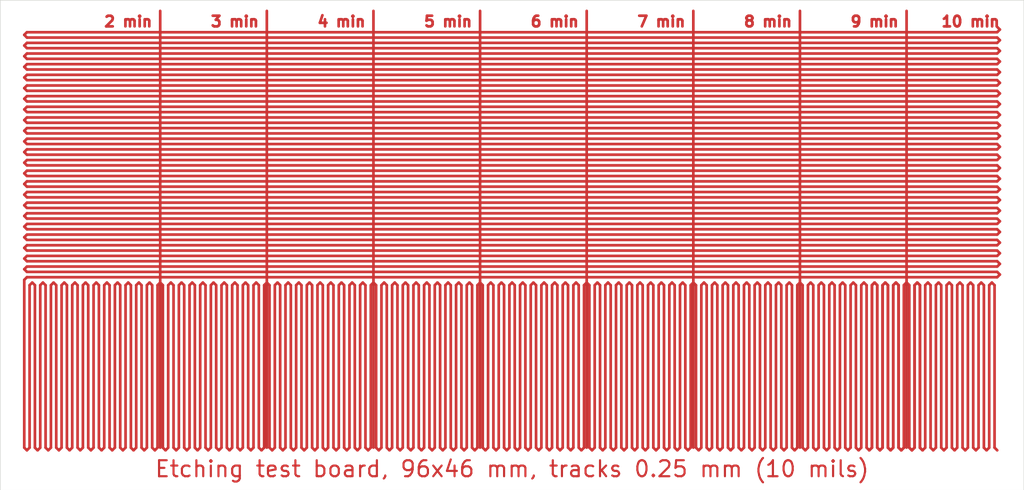
<source format=kicad_pcb>
(kicad_pcb (version 20171130) (host pcbnew 5.1.10-88a1d61d58~88~ubuntu20.04.1)

  (general
    (thickness 1.6)
    (drawings 14)
    (tracks 728)
    (zones 0)
    (modules 0)
    (nets 1)
  )

  (page A4)
  (layers
    (0 F.Cu signal)
    (31 B.Cu signal)
    (32 B.Adhes user)
    (33 F.Adhes user)
    (34 B.Paste user)
    (35 F.Paste user)
    (36 B.SilkS user)
    (37 F.SilkS user)
    (38 B.Mask user)
    (39 F.Mask user)
    (40 Dwgs.User user)
    (41 Cmts.User user)
    (42 Eco1.User user)
    (43 Eco2.User user)
    (44 Edge.Cuts user)
    (45 Margin user)
    (46 B.CrtYd user)
    (47 F.CrtYd user)
    (48 B.Fab user)
    (49 F.Fab user)
  )

  (setup
    (last_trace_width 0.25)
    (trace_clearance 0.2)
    (zone_clearance 0.508)
    (zone_45_only no)
    (trace_min 0.2)
    (via_size 0.8)
    (via_drill 0.4)
    (via_min_size 0.4)
    (via_min_drill 0.3)
    (uvia_size 0.3)
    (uvia_drill 0.1)
    (uvias_allowed no)
    (uvia_min_size 0.2)
    (uvia_min_drill 0.1)
    (edge_width 0.05)
    (segment_width 0.2)
    (pcb_text_width 0.3)
    (pcb_text_size 1.5 1.5)
    (mod_edge_width 0.12)
    (mod_text_size 1 1)
    (mod_text_width 0.15)
    (pad_size 1.524 1.524)
    (pad_drill 0.762)
    (pad_to_mask_clearance 0)
    (aux_axis_origin 0 0)
    (visible_elements FFFFFF7F)
    (pcbplotparams
      (layerselection 0x00000_7fffffff)
      (usegerberextensions false)
      (usegerberattributes true)
      (usegerberadvancedattributes true)
      (creategerberjobfile true)
      (excludeedgelayer false)
      (linewidth 0.100000)
      (plotframeref true)
      (viasonmask false)
      (mode 1)
      (useauxorigin false)
      (hpglpennumber 1)
      (hpglpenspeed 20)
      (hpglpendiameter 15.000000)
      (psnegative false)
      (psa4output false)
      (plotreference false)
      (plotvalue false)
      (plotinvisibletext false)
      (padsonsilk true)
      (subtractmaskfromsilk false)
      (outputformat 2)
      (mirror true)
      (drillshape 2)
      (scaleselection 1)
      (outputdirectory "./"))
  )

  (net 0 "")

  (net_class Default "This is the default net class."
    (clearance 0.2)
    (trace_width 0.25)
    (via_dia 0.8)
    (via_drill 0.4)
    (uvia_dia 0.3)
    (uvia_drill 0.1)
  )

  (gr_text "Etching test board, 96x46 mm, tracks 0.25 mm (10 mils)" (at 108 94) (layer F.Cu)
    (effects (font (size 1.5 1.5) (thickness 0.2)))
  )
  (gr_text "10 min" (at 151 52) (layer F.Cu) (tstamp 60CB1FAF)
    (effects (font (size 1 1) (thickness 0.25)))
  )
  (gr_text "9 min" (at 142 52) (layer F.Cu) (tstamp 60CB1FAF)
    (effects (font (size 1 1) (thickness 0.25)))
  )
  (gr_text "8 min" (at 132 52) (layer F.Cu) (tstamp 60CB1FAF)
    (effects (font (size 1 1) (thickness 0.25)))
  )
  (gr_text "7 min" (at 122 52) (layer F.Cu) (tstamp 60CB1FAF)
    (effects (font (size 1 1) (thickness 0.25)))
  )
  (gr_text "6 min" (at 112 52) (layer F.Cu) (tstamp 60CB1FAF)
    (effects (font (size 1 1) (thickness 0.25)))
  )
  (gr_text "5 min" (at 102 52) (layer F.Cu) (tstamp 60CB1FAF)
    (effects (font (size 1 1) (thickness 0.25)))
  )
  (gr_text "4 min" (at 92 52) (layer F.Cu) (tstamp 60CB1FAF)
    (effects (font (size 1 1) (thickness 0.25)))
  )
  (gr_text "3 min" (at 82 52) (layer F.Cu) (tstamp 60CB1FAF)
    (effects (font (size 1 1) (thickness 0.25)))
  )
  (gr_text "2 min" (at 72 52) (layer F.Cu)
    (effects (font (size 1 1) (thickness 0.25)))
  )
  (gr_line (start 60 96) (end 60 50) (layer Edge.Cuts) (width 0.05) (tstamp 60CB1B0D))
  (gr_line (start 156 96) (end 60 96) (layer Edge.Cuts) (width 0.05))
  (gr_line (start 156 50) (end 156 96) (layer Edge.Cuts) (width 0.05))
  (gr_line (start 60 50) (end 156 50) (layer Edge.Cuts) (width 0.05))

  (segment (start 153.5 52.5) (end 153.75 52.75) (width 0.25) (layer F.Cu) (net 0))
  (segment (start 153.75 52.75) (end 153.5 53) (width 0.25) (layer F.Cu) (net 0))
  (segment (start 153.5 53) (end 62.5 53) (width 0.25) (layer F.Cu) (net 0))
  (segment (start 62.5 53) (end 62.25 53.25) (width 0.25) (layer F.Cu) (net 0))
  (segment (start 62.25 53.25) (end 62.5 53.5) (width 0.25) (layer F.Cu) (net 0))
  (segment (start 62.5 53.5) (end 153.5 53.5) (width 0.25) (layer F.Cu) (net 0) (tstamp 60CB1BD1))
  (segment (start 153.75 53.75) (end 153.5 54) (width 0.25) (layer F.Cu) (net 0) (tstamp 60CB1BD2))
  (segment (start 153.5 53.5) (end 153.75 53.75) (width 0.25) (layer F.Cu) (net 0) (tstamp 60CB1BD3))
  (segment (start 153.5 54) (end 62.5 54) (width 0.25) (layer F.Cu) (net 0) (tstamp 60CB1BD4))
  (segment (start 62.5 54) (end 62.25 54.25) (width 0.25) (layer F.Cu) (net 0))
  (segment (start 62.25 54.25) (end 62.5 54.5) (width 0.25) (layer F.Cu) (net 0))
  (segment (start 62.5 55) (end 62.25 55.25) (width 0.25) (layer F.Cu) (net 0) (tstamp 60CB1C36))
  (segment (start 153.75 55.75) (end 153.5 56) (width 0.25) (layer F.Cu) (net 0) (tstamp 60CB1C37))
  (segment (start 62.5 56) (end 62.25 56.25) (width 0.25) (layer F.Cu) (net 0) (tstamp 60CB1C38))
  (segment (start 62.5 55.5) (end 153.5 55.5) (width 0.25) (layer F.Cu) (net 0) (tstamp 60CB1C39))
  (segment (start 153.5 56) (end 62.5 56) (width 0.25) (layer F.Cu) (net 0) (tstamp 60CB1C3A))
  (segment (start 62.25 55.25) (end 62.5 55.5) (width 0.25) (layer F.Cu) (net 0) (tstamp 60CB1C3B))
  (segment (start 62.5 54.5) (end 153.5 54.5) (width 0.25) (layer F.Cu) (net 0) (tstamp 60CB1C3C))
  (segment (start 62.25 56.25) (end 62.5 56.5) (width 0.25) (layer F.Cu) (net 0) (tstamp 60CB1C3D))
  (segment (start 153.75 54.75) (end 153.5 55) (width 0.25) (layer F.Cu) (net 0) (tstamp 60CB1C3E))
  (segment (start 153.5 54.5) (end 153.75 54.75) (width 0.25) (layer F.Cu) (net 0) (tstamp 60CB1C3F))
  (segment (start 153.5 55.5) (end 153.75 55.75) (width 0.25) (layer F.Cu) (net 0) (tstamp 60CB1C40))
  (segment (start 153.5 55) (end 62.5 55) (width 0.25) (layer F.Cu) (net 0) (tstamp 60CB1C41))
  (segment (start 62.5 57) (end 62.25 57.25) (width 0.25) (layer F.Cu) (net 0) (tstamp 60CB1C36))
  (segment (start 153.75 57.75) (end 153.5 58) (width 0.25) (layer F.Cu) (net 0) (tstamp 60CB1C37))
  (segment (start 62.5 58) (end 62.25 58.25) (width 0.25) (layer F.Cu) (net 0) (tstamp 60CB1C38))
  (segment (start 62.5 57.5) (end 153.5 57.5) (width 0.25) (layer F.Cu) (net 0) (tstamp 60CB1C39))
  (segment (start 153.5 58) (end 62.5 58) (width 0.25) (layer F.Cu) (net 0) (tstamp 60CB1C3A))
  (segment (start 62.25 57.25) (end 62.5 57.5) (width 0.25) (layer F.Cu) (net 0) (tstamp 60CB1C3B))
  (segment (start 62.5 56.5) (end 153.5 56.5) (width 0.25) (layer F.Cu) (net 0) (tstamp 60CB1C3C))
  (segment (start 62.25 58.25) (end 62.5 58.5) (width 0.25) (layer F.Cu) (net 0) (tstamp 60CB1C3D))
  (segment (start 153.75 56.75) (end 153.5 57) (width 0.25) (layer F.Cu) (net 0) (tstamp 60CB1C3E))
  (segment (start 153.5 56.5) (end 153.75 56.75) (width 0.25) (layer F.Cu) (net 0) (tstamp 60CB1C3F))
  (segment (start 153.5 57.5) (end 153.75 57.75) (width 0.25) (layer F.Cu) (net 0) (tstamp 60CB1C40))
  (segment (start 153.5 57) (end 62.5 57) (width 0.25) (layer F.Cu) (net 0) (tstamp 60CB1C41))
  (segment (start 62.5 59) (end 62.25 59.25) (width 0.25) (layer F.Cu) (net 0) (tstamp 60CB1C36))
  (segment (start 153.75 59.75) (end 153.5 60) (width 0.25) (layer F.Cu) (net 0) (tstamp 60CB1C37))
  (segment (start 62.5 60) (end 62.25 60.25) (width 0.25) (layer F.Cu) (net 0) (tstamp 60CB1C38))
  (segment (start 62.5 59.5) (end 153.5 59.5) (width 0.25) (layer F.Cu) (net 0) (tstamp 60CB1C39))
  (segment (start 153.5 60) (end 62.5 60) (width 0.25) (layer F.Cu) (net 0) (tstamp 60CB1C3A))
  (segment (start 62.25 59.25) (end 62.5 59.5) (width 0.25) (layer F.Cu) (net 0) (tstamp 60CB1C3B))
  (segment (start 62.5 58.5) (end 153.5 58.5) (width 0.25) (layer F.Cu) (net 0) (tstamp 60CB1C3C))
  (segment (start 62.25 60.25) (end 62.5 60.5) (width 0.25) (layer F.Cu) (net 0) (tstamp 60CB1C3D))
  (segment (start 153.75 58.75) (end 153.5 59) (width 0.25) (layer F.Cu) (net 0) (tstamp 60CB1C3E))
  (segment (start 153.5 58.5) (end 153.75 58.75) (width 0.25) (layer F.Cu) (net 0) (tstamp 60CB1C3F))
  (segment (start 153.5 59.5) (end 153.75 59.75) (width 0.25) (layer F.Cu) (net 0) (tstamp 60CB1C40))
  (segment (start 153.5 59) (end 62.5 59) (width 0.25) (layer F.Cu) (net 0) (tstamp 60CB1C41))
  (segment (start 62.5 61) (end 62.25 61.25) (width 0.25) (layer F.Cu) (net 0) (tstamp 60CB1C36))
  (segment (start 153.75 61.75) (end 153.5 62) (width 0.25) (layer F.Cu) (net 0) (tstamp 60CB1C37))
  (segment (start 62.5 62) (end 62.25 62.25) (width 0.25) (layer F.Cu) (net 0) (tstamp 60CB1C38))
  (segment (start 62.5 61.5) (end 153.5 61.5) (width 0.25) (layer F.Cu) (net 0) (tstamp 60CB1C39))
  (segment (start 153.5 62) (end 62.5 62) (width 0.25) (layer F.Cu) (net 0) (tstamp 60CB1C3A))
  (segment (start 62.25 61.25) (end 62.5 61.5) (width 0.25) (layer F.Cu) (net 0) (tstamp 60CB1C3B))
  (segment (start 62.5 60.5) (end 153.5 60.5) (width 0.25) (layer F.Cu) (net 0) (tstamp 60CB1C3C))
  (segment (start 62.25 62.25) (end 62.5 62.5) (width 0.25) (layer F.Cu) (net 0) (tstamp 60CB1C3D))
  (segment (start 153.75 60.75) (end 153.5 61) (width 0.25) (layer F.Cu) (net 0) (tstamp 60CB1C3E))
  (segment (start 153.5 60.5) (end 153.75 60.75) (width 0.25) (layer F.Cu) (net 0) (tstamp 60CB1C3F))
  (segment (start 153.5 61.5) (end 153.75 61.75) (width 0.25) (layer F.Cu) (net 0) (tstamp 60CB1C40))
  (segment (start 153.5 61) (end 62.5 61) (width 0.25) (layer F.Cu) (net 0) (tstamp 60CB1C41))
  (segment (start 62.5 63) (end 62.25 63.25) (width 0.25) (layer F.Cu) (net 0) (tstamp 60CB1C36))
  (segment (start 153.75 63.75) (end 153.5 64) (width 0.25) (layer F.Cu) (net 0) (tstamp 60CB1C37))
  (segment (start 62.5 64) (end 62.25 64.25) (width 0.25) (layer F.Cu) (net 0) (tstamp 60CB1C38))
  (segment (start 62.5 63.5) (end 153.5 63.5) (width 0.25) (layer F.Cu) (net 0) (tstamp 60CB1C39))
  (segment (start 153.5 64) (end 62.5 64) (width 0.25) (layer F.Cu) (net 0) (tstamp 60CB1C3A))
  (segment (start 62.25 63.25) (end 62.5 63.5) (width 0.25) (layer F.Cu) (net 0) (tstamp 60CB1C3B))
  (segment (start 62.5 62.5) (end 153.5 62.5) (width 0.25) (layer F.Cu) (net 0) (tstamp 60CB1C3C))
  (segment (start 62.25 64.25) (end 62.5 64.5) (width 0.25) (layer F.Cu) (net 0) (tstamp 60CB1C3D))
  (segment (start 153.75 62.75) (end 153.5 63) (width 0.25) (layer F.Cu) (net 0) (tstamp 60CB1C3E))
  (segment (start 153.5 62.5) (end 153.75 62.75) (width 0.25) (layer F.Cu) (net 0) (tstamp 60CB1C3F))
  (segment (start 153.5 63.5) (end 153.75 63.75) (width 0.25) (layer F.Cu) (net 0) (tstamp 60CB1C40))
  (segment (start 153.5 63) (end 62.5 63) (width 0.25) (layer F.Cu) (net 0) (tstamp 60CB1C41))
  (segment (start 153.5 72.5) (end 153.75 72.75) (width 0.25) (layer F.Cu) (net 0) (tstamp 60CB1C7E))
  (segment (start 62.5 68) (end 62.25 68.25) (width 0.25) (layer F.Cu) (net 0) (tstamp 60CB1C7F))
  (segment (start 62.25 72.25) (end 62.5 72.5) (width 0.25) (layer F.Cu) (net 0) (tstamp 60CB1C80))
  (segment (start 62.5 69.5) (end 153.5 69.5) (width 0.25) (layer F.Cu) (net 0) (tstamp 60CB1C81))
  (segment (start 62.5 65) (end 62.25 65.25) (width 0.25) (layer F.Cu) (net 0) (tstamp 60CB1C82))
  (segment (start 153.75 75.75) (end 153.5 76) (width 0.25) (layer F.Cu) (net 0) (tstamp 60CB1C83))
  (segment (start 62.25 73.25) (end 62.5 73.5) (width 0.25) (layer F.Cu) (net 0) (tstamp 60CB1C84))
  (segment (start 62.5 72.5) (end 153.5 72.5) (width 0.25) (layer F.Cu) (net 0) (tstamp 60CB1C85))
  (segment (start 153.75 72.75) (end 153.5 73) (width 0.25) (layer F.Cu) (net 0) (tstamp 60CB1C86))
  (segment (start 153.75 71.75) (end 153.5 72) (width 0.25) (layer F.Cu) (net 0) (tstamp 60CB1C87))
  (segment (start 62.5 66.5) (end 153.5 66.5) (width 0.25) (layer F.Cu) (net 0) (tstamp 60CB1C88))
  (segment (start 153.5 74.5) (end 153.75 74.75) (width 0.25) (layer F.Cu) (net 0) (tstamp 60CB1C8A))
  (segment (start 62.5 73.5) (end 153.5 73.5) (width 0.25) (layer F.Cu) (net 0) (tstamp 60CB1C8B))
  (segment (start 153.75 68.75) (end 153.5 69) (width 0.25) (layer F.Cu) (net 0) (tstamp 60CB1C8C))
  (segment (start 153.5 67) (end 62.5 67) (width 0.25) (layer F.Cu) (net 0) (tstamp 60CB1C8D))
  (segment (start 153.5 66.5) (end 153.75 66.75) (width 0.25) (layer F.Cu) (net 0) (tstamp 60CB1C8E))
  (segment (start 153.5 71) (end 62.5 71) (width 0.25) (layer F.Cu) (net 0) (tstamp 60CB1C8F))
  (segment (start 153.75 74.75) (end 153.5 75) (width 0.25) (layer F.Cu) (net 0) (tstamp 60CB1C90))
  (segment (start 153.75 65.75) (end 153.5 66) (width 0.25) (layer F.Cu) (net 0) (tstamp 60CB1C91))
  (segment (start 62.25 68.25) (end 62.5 68.5) (width 0.25) (layer F.Cu) (net 0) (tstamp 60CB1C92))
  (segment (start 62.25 69.25) (end 62.5 69.5) (width 0.25) (layer F.Cu) (net 0) (tstamp 60CB1C93))
  (segment (start 153.5 68.5) (end 153.75 68.75) (width 0.25) (layer F.Cu) (net 0) (tstamp 60CB1C94))
  (segment (start 62.5 75.5) (end 153.5 75.5) (width 0.25) (layer F.Cu) (net 0) (tstamp 60CB1C95))
  (segment (start 62.5 75) (end 62.25 75.25) (width 0.25) (layer F.Cu) (net 0) (tstamp 60CB1C96))
  (segment (start 62.5 68.5) (end 153.5 68.5) (width 0.25) (layer F.Cu) (net 0) (tstamp 60CB1C97))
  (segment (start 62.5 71.5) (end 153.5 71.5) (width 0.25) (layer F.Cu) (net 0) (tstamp 60CB1C98))
  (segment (start 62.25 71.25) (end 62.5 71.5) (width 0.25) (layer F.Cu) (net 0) (tstamp 60CB1C99))
  (segment (start 62.5 70.5) (end 153.5 70.5) (width 0.25) (layer F.Cu) (net 0) (tstamp 60CB1C9A))
  (segment (start 62.5 67) (end 62.25 67.25) (width 0.25) (layer F.Cu) (net 0) (tstamp 60CB1C9B))
  (segment (start 62.25 75.25) (end 62.5 75.5) (width 0.25) (layer F.Cu) (net 0) (tstamp 60CB1C9C))
  (segment (start 62.5 74.5) (end 153.5 74.5) (width 0.25) (layer F.Cu) (net 0) (tstamp 60CB1C9D))
  (segment (start 153.5 72) (end 62.5 72) (width 0.25) (layer F.Cu) (net 0) (tstamp 60CB1C9E))
  (segment (start 62.5 72) (end 62.25 72.25) (width 0.25) (layer F.Cu) (net 0) (tstamp 60CB1C9F))
  (segment (start 153.5 68) (end 62.5 68) (width 0.25) (layer F.Cu) (net 0) (tstamp 60CB1CA0))
  (segment (start 153.5 73.5) (end 153.75 73.75) (width 0.25) (layer F.Cu) (net 0) (tstamp 60CB1CA1))
  (segment (start 153.5 73) (end 62.5 73) (width 0.25) (layer F.Cu) (net 0) (tstamp 60CB1CA2))
  (segment (start 62.5 66) (end 62.25 66.25) (width 0.25) (layer F.Cu) (net 0) (tstamp 60CB1CA3))
  (segment (start 153.75 66.75) (end 153.5 67) (width 0.25) (layer F.Cu) (net 0) (tstamp 60CB1CA4))
  (segment (start 153.5 70) (end 62.5 70) (width 0.25) (layer F.Cu) (net 0) (tstamp 60CB1CA5))
  (segment (start 62.5 65.5) (end 153.5 65.5) (width 0.25) (layer F.Cu) (net 0) (tstamp 60CB1CA6))
  (segment (start 153.5 69.5) (end 153.75 69.75) (width 0.25) (layer F.Cu) (net 0) (tstamp 60CB1CA7))
  (segment (start 153.5 69) (end 62.5 69) (width 0.25) (layer F.Cu) (net 0) (tstamp 60CB1CA8))
  (segment (start 153.5 66) (end 62.5 66) (width 0.25) (layer F.Cu) (net 0) (tstamp 60CB1CA9))
  (segment (start 62.25 65.25) (end 62.5 65.5) (width 0.25) (layer F.Cu) (net 0) (tstamp 60CB1CAA))
  (segment (start 62.5 73) (end 62.25 73.25) (width 0.25) (layer F.Cu) (net 0) (tstamp 60CB1CAB))
  (segment (start 153.5 74) (end 62.5 74) (width 0.25) (layer F.Cu) (net 0) (tstamp 60CB1CAC))
  (segment (start 62.5 64.5) (end 153.5 64.5) (width 0.25) (layer F.Cu) (net 0) (tstamp 60CB1CAD))
  (segment (start 62.25 66.25) (end 62.5 66.5) (width 0.25) (layer F.Cu) (net 0) (tstamp 60CB1CAE))
  (segment (start 62.5 74) (end 62.25 74.25) (width 0.25) (layer F.Cu) (net 0) (tstamp 60CB1CAF))
  (segment (start 153.75 69.75) (end 153.5 70) (width 0.25) (layer F.Cu) (net 0) (tstamp 60CB1CB0))
  (segment (start 153.75 64.75) (end 153.5 65) (width 0.25) (layer F.Cu) (net 0) (tstamp 60CB1CB1))
  (segment (start 62.5 69) (end 62.25 69.25) (width 0.25) (layer F.Cu) (net 0) (tstamp 60CB1CB2))
  (segment (start 153.75 73.75) (end 153.5 74) (width 0.25) (layer F.Cu) (net 0) (tstamp 60CB1CB3))
  (segment (start 62.25 74.25) (end 62.5 74.5) (width 0.25) (layer F.Cu) (net 0) (tstamp 60CB1CB4))
  (segment (start 153.5 64.5) (end 153.75 64.75) (width 0.25) (layer F.Cu) (net 0) (tstamp 60CB1CB5))
  (segment (start 153.75 67.75) (end 153.5 68) (width 0.25) (layer F.Cu) (net 0) (tstamp 60CB1CB6))
  (segment (start 62.5 70) (end 62.25 70.25) (width 0.25) (layer F.Cu) (net 0) (tstamp 60CB1CB7))
  (segment (start 153.5 76) (end 62.5 76) (width 0.25) (layer F.Cu) (net 0) (tstamp 60CB1CB8))
  (segment (start 62.5 76) (end 62.25 76.25) (width 0.25) (layer F.Cu) (net 0) (tstamp 60CB1CB9))
  (segment (start 62.25 70.25) (end 62.5 70.5) (width 0.25) (layer F.Cu) (net 0) (tstamp 60CB1CBA))
  (segment (start 62.5 71) (end 62.25 71.25) (width 0.25) (layer F.Cu) (net 0) (tstamp 60CB1CBB))
  (segment (start 153.75 70.75) (end 153.5 71) (width 0.25) (layer F.Cu) (net 0) (tstamp 60CB1CBC))
  (segment (start 62.25 67.25) (end 62.5 67.5) (width 0.25) (layer F.Cu) (net 0) (tstamp 60CB1CBD))
  (segment (start 62.5 67.5) (end 153.5 67.5) (width 0.25) (layer F.Cu) (net 0) (tstamp 60CB1CBE))
  (segment (start 153.5 70.5) (end 153.75 70.75) (width 0.25) (layer F.Cu) (net 0) (tstamp 60CB1CBF))
  (segment (start 153.5 71.5) (end 153.75 71.75) (width 0.25) (layer F.Cu) (net 0) (tstamp 60CB1CC0))
  (segment (start 153.5 65.5) (end 153.75 65.75) (width 0.25) (layer F.Cu) (net 0) (tstamp 60CB1CC1))
  (segment (start 153.5 75.5) (end 153.75 75.75) (width 0.25) (layer F.Cu) (net 0) (tstamp 60CB1CC2))
  (segment (start 153.5 75) (end 62.5 75) (width 0.25) (layer F.Cu) (net 0) (tstamp 60CB1CC3))
  (segment (start 153.5 65) (end 62.5 65) (width 0.25) (layer F.Cu) (net 0) (tstamp 60CB1CC4))
  (segment (start 153.5 67.5) (end 153.75 67.75) (width 0.25) (layer F.Cu) (net 0) (tstamp 60CB1CC5))
  (segment (start 62.25 76.25) (end 62.25 92) (width 0.25) (layer F.Cu) (net 0))
  (segment (start 62.25 92) (end 62.5 92.25) (width 0.25) (layer F.Cu) (net 0))
  (segment (start 62.5 92.25) (end 62.75 92) (width 0.25) (layer F.Cu) (net 0))
  (segment (start 62.75 92) (end 62.75 76.75) (width 0.25) (layer F.Cu) (net 0))
  (segment (start 63 76.5) (end 62.75 76.75) (width 0.25) (layer F.Cu) (net 0))
  (segment (start 63 76.5) (end 63.25 76.75) (width 0.25) (layer F.Cu) (net 0))
  (segment (start 63.25 76.75) (end 63.25 92) (width 0.25) (layer F.Cu) (net 0))
  (segment (start 63.25 92) (end 63.5 92.25) (width 0.25) (layer F.Cu) (net 0))
  (segment (start 63.5 92.25) (end 63.75 92) (width 0.25) (layer F.Cu) (net 0))
  (segment (start 63.75 92) (end 63.75 76.75) (width 0.25) (layer F.Cu) (net 0))
  (segment (start 63.75 76.75) (end 64 76.5) (width 0.25) (layer F.Cu) (net 0))
  (segment (start 64 76.5) (end 64.25 76.75) (width 0.25) (layer F.Cu) (net 0))
  (segment (start 64.25 76.75) (end 64.25 92) (width 0.25) (layer F.Cu) (net 0))
  (segment (start 64.25 92) (end 64.5 92.25) (width 0.25) (layer F.Cu) (net 0))
  (segment (start 65.25 92) (end 65.5 92.25) (width 0.25) (layer F.Cu) (net 0) (tstamp 60CB1D10))
  (segment (start 65 76.5) (end 65.25 76.75) (width 0.25) (layer F.Cu) (net 0) (tstamp 60CB1D11))
  (segment (start 65.5 92.25) (end 65.75 92) (width 0.25) (layer F.Cu) (net 0) (tstamp 60CB1D12))
  (segment (start 64.5 92.25) (end 64.75 92) (width 0.25) (layer F.Cu) (net 0) (tstamp 60CB1D13))
  (segment (start 64.75 92) (end 64.75 76.75) (width 0.25) (layer F.Cu) (net 0) (tstamp 60CB1D14))
  (segment (start 65.75 92) (end 65.75 76.75) (width 0.25) (layer F.Cu) (net 0) (tstamp 60CB1D15))
  (segment (start 65.75 76.75) (end 66 76.5) (width 0.25) (layer F.Cu) (net 0) (tstamp 60CB1D16))
  (segment (start 66.25 92) (end 66.5 92.25) (width 0.25) (layer F.Cu) (net 0) (tstamp 60CB1D17))
  (segment (start 66.25 76.75) (end 66.25 92) (width 0.25) (layer F.Cu) (net 0) (tstamp 60CB1D18))
  (segment (start 66 76.5) (end 66.25 76.75) (width 0.25) (layer F.Cu) (net 0) (tstamp 60CB1D19))
  (segment (start 65.25 76.75) (end 65.25 92) (width 0.25) (layer F.Cu) (net 0) (tstamp 60CB1D1A))
  (segment (start 65 76.5) (end 64.75 76.75) (width 0.25) (layer F.Cu) (net 0) (tstamp 60CB1D1B))
  (segment (start 67.25 92) (end 67.5 92.25) (width 0.25) (layer F.Cu) (net 0) (tstamp 60CB1D10))
  (segment (start 67 76.5) (end 67.25 76.75) (width 0.25) (layer F.Cu) (net 0) (tstamp 60CB1D11))
  (segment (start 67.5 92.25) (end 67.75 92) (width 0.25) (layer F.Cu) (net 0) (tstamp 60CB1D12))
  (segment (start 66.5 92.25) (end 66.75 92) (width 0.25) (layer F.Cu) (net 0) (tstamp 60CB1D13))
  (segment (start 66.75 92) (end 66.75 76.75) (width 0.25) (layer F.Cu) (net 0) (tstamp 60CB1D14))
  (segment (start 67.75 92) (end 67.75 76.75) (width 0.25) (layer F.Cu) (net 0) (tstamp 60CB1D15))
  (segment (start 67.75 76.75) (end 68 76.5) (width 0.25) (layer F.Cu) (net 0) (tstamp 60CB1D16))
  (segment (start 68.25 92) (end 68.5 92.25) (width 0.25) (layer F.Cu) (net 0) (tstamp 60CB1D17))
  (segment (start 68.25 76.75) (end 68.25 92) (width 0.25) (layer F.Cu) (net 0) (tstamp 60CB1D18))
  (segment (start 68 76.5) (end 68.25 76.75) (width 0.25) (layer F.Cu) (net 0) (tstamp 60CB1D19))
  (segment (start 67.25 76.75) (end 67.25 92) (width 0.25) (layer F.Cu) (net 0) (tstamp 60CB1D1A))
  (segment (start 67 76.5) (end 66.75 76.75) (width 0.25) (layer F.Cu) (net 0) (tstamp 60CB1D1B))
  (segment (start 69.25 92) (end 69.5 92.25) (width 0.25) (layer F.Cu) (net 0) (tstamp 60CB1D10))
  (segment (start 69 76.5) (end 69.25 76.75) (width 0.25) (layer F.Cu) (net 0) (tstamp 60CB1D11))
  (segment (start 69.5 92.25) (end 69.75 92) (width 0.25) (layer F.Cu) (net 0) (tstamp 60CB1D12))
  (segment (start 68.5 92.25) (end 68.75 92) (width 0.25) (layer F.Cu) (net 0) (tstamp 60CB1D13))
  (segment (start 68.75 92) (end 68.75 76.75) (width 0.25) (layer F.Cu) (net 0) (tstamp 60CB1D14))
  (segment (start 69.75 92) (end 69.75 76.75) (width 0.25) (layer F.Cu) (net 0) (tstamp 60CB1D15))
  (segment (start 69.75 76.75) (end 70 76.5) (width 0.25) (layer F.Cu) (net 0) (tstamp 60CB1D16))
  (segment (start 70.25 92) (end 70.5 92.25) (width 0.25) (layer F.Cu) (net 0) (tstamp 60CB1D17))
  (segment (start 70.25 76.75) (end 70.25 92) (width 0.25) (layer F.Cu) (net 0) (tstamp 60CB1D18))
  (segment (start 70 76.5) (end 70.25 76.75) (width 0.25) (layer F.Cu) (net 0) (tstamp 60CB1D19))
  (segment (start 69.25 76.75) (end 69.25 92) (width 0.25) (layer F.Cu) (net 0) (tstamp 60CB1D1A))
  (segment (start 69 76.5) (end 68.75 76.75) (width 0.25) (layer F.Cu) (net 0) (tstamp 60CB1D1B))
  (segment (start 71.25 92) (end 71.5 92.25) (width 0.25) (layer F.Cu) (net 0) (tstamp 60CB1D10))
  (segment (start 71 76.5) (end 71.25 76.75) (width 0.25) (layer F.Cu) (net 0) (tstamp 60CB1D11))
  (segment (start 71.5 92.25) (end 71.75 92) (width 0.25) (layer F.Cu) (net 0) (tstamp 60CB1D12))
  (segment (start 70.5 92.25) (end 70.75 92) (width 0.25) (layer F.Cu) (net 0) (tstamp 60CB1D13))
  (segment (start 70.75 92) (end 70.75 76.75) (width 0.25) (layer F.Cu) (net 0) (tstamp 60CB1D14))
  (segment (start 71.75 92) (end 71.75 76.75) (width 0.25) (layer F.Cu) (net 0) (tstamp 60CB1D15))
  (segment (start 71.75 76.75) (end 72 76.5) (width 0.25) (layer F.Cu) (net 0) (tstamp 60CB1D16))
  (segment (start 72.25 92) (end 72.5 92.25) (width 0.25) (layer F.Cu) (net 0) (tstamp 60CB1D17))
  (segment (start 72.25 76.75) (end 72.25 92) (width 0.25) (layer F.Cu) (net 0) (tstamp 60CB1D18))
  (segment (start 72 76.5) (end 72.25 76.75) (width 0.25) (layer F.Cu) (net 0) (tstamp 60CB1D19))
  (segment (start 71.25 76.75) (end 71.25 92) (width 0.25) (layer F.Cu) (net 0) (tstamp 60CB1D1A))
  (segment (start 71 76.5) (end 70.75 76.75) (width 0.25) (layer F.Cu) (net 0) (tstamp 60CB1D1B))
  (segment (start 73.25 92) (end 73.5 92.25) (width 0.25) (layer F.Cu) (net 0) (tstamp 60CB1D10))
  (segment (start 73 76.5) (end 73.25 76.75) (width 0.25) (layer F.Cu) (net 0) (tstamp 60CB1D11))
  (segment (start 73.5 92.25) (end 73.75 92) (width 0.25) (layer F.Cu) (net 0) (tstamp 60CB1D12))
  (segment (start 72.5 92.25) (end 72.75 92) (width 0.25) (layer F.Cu) (net 0) (tstamp 60CB1D13))
  (segment (start 72.75 92) (end 72.75 76.75) (width 0.25) (layer F.Cu) (net 0) (tstamp 60CB1D14))
  (segment (start 73.75 92) (end 73.75 76.75) (width 0.25) (layer F.Cu) (net 0) (tstamp 60CB1D15))
  (segment (start 73.75 76.75) (end 74 76.5) (width 0.25) (layer F.Cu) (net 0) (tstamp 60CB1D16))
  (segment (start 74.25 92) (end 74.5 92.25) (width 0.25) (layer F.Cu) (net 0) (tstamp 60CB1D17))
  (segment (start 74.25 76.75) (end 74.25 92) (width 0.25) (layer F.Cu) (net 0) (tstamp 60CB1D18))
  (segment (start 74 76.5) (end 74.25 76.75) (width 0.25) (layer F.Cu) (net 0) (tstamp 60CB1D19))
  (segment (start 73.25 76.75) (end 73.25 92) (width 0.25) (layer F.Cu) (net 0) (tstamp 60CB1D1A))
  (segment (start 73 76.5) (end 72.75 76.75) (width 0.25) (layer F.Cu) (net 0) (tstamp 60CB1D1B))
  (segment (start 80.5 92.25) (end 80.75 92) (width 0.25) (layer F.Cu) (net 0) (tstamp 60CB1D59))
  (segment (start 76.5 92.25) (end 76.75 92) (width 0.25) (layer F.Cu) (net 0) (tstamp 60CB1D5A))
  (segment (start 81 76.5) (end 81.25 76.75) (width 0.25) (layer F.Cu) (net 0) (tstamp 60CB1D5B))
  (segment (start 83.5 92.25) (end 83.75 92) (width 0.25) (layer F.Cu) (net 0) (tstamp 60CB1D5C))
  (segment (start 78 76.5) (end 78.25 76.75) (width 0.25) (layer F.Cu) (net 0) (tstamp 60CB1D5D))
  (segment (start 77.25 76.75) (end 77.25 92) (width 0.25) (layer F.Cu) (net 0) (tstamp 60CB1D5E))
  (segment (start 77 76.5) (end 76.75 76.75) (width 0.25) (layer F.Cu) (net 0) (tstamp 60CB1D5F))
  (segment (start 75.25 92) (end 75.5 92.25) (width 0.25) (layer F.Cu) (net 0) (tstamp 60CB1D60))
  (segment (start 75 76.5) (end 75.25 76.75) (width 0.25) (layer F.Cu) (net 0) (tstamp 60CB1D61))
  (segment (start 76.75 92) (end 76.75 76.75) (width 0.25) (layer F.Cu) (net 0) (tstamp 60CB1D62))
  (segment (start 84.25 76.75) (end 84.25 92) (width 0.25) (layer F.Cu) (net 0) (tstamp 60CB1D63))
  (segment (start 84 76.5) (end 84.25 76.75) (width 0.25) (layer F.Cu) (net 0) (tstamp 60CB1D64))
  (segment (start 83.25 76.75) (end 83.25 92) (width 0.25) (layer F.Cu) (net 0) (tstamp 60CB1D65))
  (segment (start 83 76.5) (end 82.75 76.75) (width 0.25) (layer F.Cu) (net 0) (tstamp 60CB1D66))
  (segment (start 79 76.5) (end 79.25 76.75) (width 0.25) (layer F.Cu) (net 0) (tstamp 60CB1D67))
  (segment (start 81 76.5) (end 80.75 76.75) (width 0.25) (layer F.Cu) (net 0) (tstamp 60CB1D68))
  (segment (start 82.75 92) (end 82.75 76.75) (width 0.25) (layer F.Cu) (net 0) (tstamp 60CB1D69))
  (segment (start 78.75 92) (end 78.75 76.75) (width 0.25) (layer F.Cu) (net 0) (tstamp 60CB1D6A))
  (segment (start 79.5 92.25) (end 79.75 92) (width 0.25) (layer F.Cu) (net 0) (tstamp 60CB1D6B))
  (segment (start 77.25 92) (end 77.5 92.25) (width 0.25) (layer F.Cu) (net 0) (tstamp 60CB1D6C))
  (segment (start 75.5 92.25) (end 75.75 92) (width 0.25) (layer F.Cu) (net 0) (tstamp 60CB1D6D))
  (segment (start 74.5 92.25) (end 74.75 92) (width 0.25) (layer F.Cu) (net 0) (tstamp 60CB1D6E))
  (segment (start 74.75 92) (end 74.75 76.75) (width 0.25) (layer F.Cu) (net 0) (tstamp 60CB1D6F))
  (segment (start 75.75 92) (end 75.75 76.75) (width 0.25) (layer F.Cu) (net 0) (tstamp 60CB1D70))
  (segment (start 75.75 76.75) (end 76 76.5) (width 0.25) (layer F.Cu) (net 0) (tstamp 60CB1D71))
  (segment (start 76.25 92) (end 76.5 92.25) (width 0.25) (layer F.Cu) (net 0) (tstamp 60CB1D72))
  (segment (start 79.25 92) (end 79.5 92.25) (width 0.25) (layer F.Cu) (net 0) (tstamp 60CB1D73))
  (segment (start 83.25 92) (end 83.5 92.25) (width 0.25) (layer F.Cu) (net 0) (tstamp 60CB1D74))
  (segment (start 76.25 76.75) (end 76.25 92) (width 0.25) (layer F.Cu) (net 0) (tstamp 60CB1D75))
  (segment (start 76 76.5) (end 76.25 76.75) (width 0.25) (layer F.Cu) (net 0) (tstamp 60CB1D76))
  (segment (start 78.5 92.25) (end 78.75 92) (width 0.25) (layer F.Cu) (net 0) (tstamp 60CB1D77))
  (segment (start 81.75 92) (end 81.75 76.75) (width 0.25) (layer F.Cu) (net 0) (tstamp 60CB1D78))
  (segment (start 81.75 76.75) (end 82 76.5) (width 0.25) (layer F.Cu) (net 0) (tstamp 60CB1D79))
  (segment (start 82.25 92) (end 82.5 92.25) (width 0.25) (layer F.Cu) (net 0) (tstamp 60CB1D7A))
  (segment (start 82.25 76.75) (end 82.25 92) (width 0.25) (layer F.Cu) (net 0) (tstamp 60CB1D7B))
  (segment (start 82 76.5) (end 82.25 76.75) (width 0.25) (layer F.Cu) (net 0) (tstamp 60CB1D7C))
  (segment (start 81.25 76.75) (end 81.25 92) (width 0.25) (layer F.Cu) (net 0) (tstamp 60CB1D7D))
  (segment (start 78.25 92) (end 78.5 92.25) (width 0.25) (layer F.Cu) (net 0) (tstamp 60CB1D7E))
  (segment (start 75.25 76.75) (end 75.25 92) (width 0.25) (layer F.Cu) (net 0) (tstamp 60CB1D7F))
  (segment (start 75 76.5) (end 74.75 76.75) (width 0.25) (layer F.Cu) (net 0) (tstamp 60CB1D80))
  (segment (start 78.25 76.75) (end 78.25 92) (width 0.25) (layer F.Cu) (net 0) (tstamp 60CB1D81))
  (segment (start 77.75 92) (end 77.75 76.75) (width 0.25) (layer F.Cu) (net 0) (tstamp 60CB1D82))
  (segment (start 81.25 92) (end 81.5 92.25) (width 0.25) (layer F.Cu) (net 0) (tstamp 60CB1D83))
  (segment (start 77.5 92.25) (end 77.75 92) (width 0.25) (layer F.Cu) (net 0) (tstamp 60CB1D84))
  (segment (start 77 76.5) (end 77.25 76.75) (width 0.25) (layer F.Cu) (net 0) (tstamp 60CB1D85))
  (segment (start 79.75 92) (end 79.75 76.75) (width 0.25) (layer F.Cu) (net 0) (tstamp 60CB1D86))
  (segment (start 79.75 76.75) (end 80 76.5) (width 0.25) (layer F.Cu) (net 0) (tstamp 60CB1D87))
  (segment (start 80.25 92) (end 80.5 92.25) (width 0.25) (layer F.Cu) (net 0) (tstamp 60CB1D88))
  (segment (start 85.25 92) (end 85.5 92.25) (width 0.25) (layer F.Cu) (net 0) (tstamp 60CB1D89))
  (segment (start 82.5 92.25) (end 82.75 92) (width 0.25) (layer F.Cu) (net 0) (tstamp 60CB1D8A))
  (segment (start 84.5 92.25) (end 84.75 92) (width 0.25) (layer F.Cu) (net 0) (tstamp 60CB1D8B))
  (segment (start 84.75 92) (end 84.75 76.75) (width 0.25) (layer F.Cu) (net 0) (tstamp 60CB1D8C))
  (segment (start 83.75 92) (end 83.75 76.75) (width 0.25) (layer F.Cu) (net 0) (tstamp 60CB1D8D))
  (segment (start 83.75 76.75) (end 84 76.5) (width 0.25) (layer F.Cu) (net 0) (tstamp 60CB1D8E))
  (segment (start 84.25 92) (end 84.5 92.25) (width 0.25) (layer F.Cu) (net 0) (tstamp 60CB1D8F))
  (segment (start 85 76.5) (end 85.25 76.75) (width 0.25) (layer F.Cu) (net 0) (tstamp 60CB1D90))
  (segment (start 79.25 76.75) (end 79.25 92) (width 0.25) (layer F.Cu) (net 0) (tstamp 60CB1D91))
  (segment (start 79 76.5) (end 78.75 76.75) (width 0.25) (layer F.Cu) (net 0) (tstamp 60CB1D92))
  (segment (start 85.75 92) (end 85.75 76.75) (width 0.25) (layer F.Cu) (net 0) (tstamp 60CB1D93))
  (segment (start 85.75 76.75) (end 86 76.5) (width 0.25) (layer F.Cu) (net 0) (tstamp 60CB1D94))
  (segment (start 86.25 92) (end 86.5 92.25) (width 0.25) (layer F.Cu) (net 0) (tstamp 60CB1D95))
  (segment (start 86.25 76.75) (end 86.25 92) (width 0.25) (layer F.Cu) (net 0) (tstamp 60CB1D96))
  (segment (start 86 76.5) (end 86.25 76.75) (width 0.25) (layer F.Cu) (net 0) (tstamp 60CB1D97))
  (segment (start 85.25 76.75) (end 85.25 92) (width 0.25) (layer F.Cu) (net 0) (tstamp 60CB1D98))
  (segment (start 85 76.5) (end 84.75 76.75) (width 0.25) (layer F.Cu) (net 0) (tstamp 60CB1D99))
  (segment (start 80.75 92) (end 80.75 76.75) (width 0.25) (layer F.Cu) (net 0) (tstamp 60CB1D9A))
  (segment (start 81.5 92.25) (end 81.75 92) (width 0.25) (layer F.Cu) (net 0) (tstamp 60CB1D9B))
  (segment (start 83 76.5) (end 83.25 76.75) (width 0.25) (layer F.Cu) (net 0) (tstamp 60CB1D9C))
  (segment (start 80.25 76.75) (end 80.25 92) (width 0.25) (layer F.Cu) (net 0) (tstamp 60CB1D9D))
  (segment (start 80 76.5) (end 80.25 76.75) (width 0.25) (layer F.Cu) (net 0) (tstamp 60CB1D9E))
  (segment (start 77.75 76.75) (end 78 76.5) (width 0.25) (layer F.Cu) (net 0) (tstamp 60CB1D9F))
  (segment (start 85.5 92.25) (end 85.75 92) (width 0.25) (layer F.Cu) (net 0) (tstamp 60CB1DA0))
  (segment (start 92.5 92.25) (end 92.75 92) (width 0.25) (layer F.Cu) (net 0) (tstamp 60CB1D59))
  (segment (start 88.5 92.25) (end 88.75 92) (width 0.25) (layer F.Cu) (net 0) (tstamp 60CB1D5A))
  (segment (start 93 76.5) (end 93.25 76.75) (width 0.25) (layer F.Cu) (net 0) (tstamp 60CB1D5B))
  (segment (start 95.5 92.25) (end 95.75 92) (width 0.25) (layer F.Cu) (net 0) (tstamp 60CB1D5C))
  (segment (start 90 76.5) (end 90.25 76.75) (width 0.25) (layer F.Cu) (net 0) (tstamp 60CB1D5D))
  (segment (start 89.25 76.75) (end 89.25 92) (width 0.25) (layer F.Cu) (net 0) (tstamp 60CB1D5E))
  (segment (start 89 76.5) (end 88.75 76.75) (width 0.25) (layer F.Cu) (net 0) (tstamp 60CB1D5F))
  (segment (start 87.25 92) (end 87.5 92.25) (width 0.25) (layer F.Cu) (net 0) (tstamp 60CB1D60))
  (segment (start 87 76.5) (end 87.25 76.75) (width 0.25) (layer F.Cu) (net 0) (tstamp 60CB1D61))
  (segment (start 88.75 92) (end 88.75 76.75) (width 0.25) (layer F.Cu) (net 0) (tstamp 60CB1D62))
  (segment (start 96.25 76.75) (end 96.25 92) (width 0.25) (layer F.Cu) (net 0) (tstamp 60CB1D63))
  (segment (start 96 76.5) (end 96.25 76.75) (width 0.25) (layer F.Cu) (net 0) (tstamp 60CB1D64))
  (segment (start 95.25 76.75) (end 95.25 92) (width 0.25) (layer F.Cu) (net 0) (tstamp 60CB1D65))
  (segment (start 95 76.5) (end 94.75 76.75) (width 0.25) (layer F.Cu) (net 0) (tstamp 60CB1D66))
  (segment (start 91 76.5) (end 91.25 76.75) (width 0.25) (layer F.Cu) (net 0) (tstamp 60CB1D67))
  (segment (start 93 76.5) (end 92.75 76.75) (width 0.25) (layer F.Cu) (net 0) (tstamp 60CB1D68))
  (segment (start 94.75 92) (end 94.75 76.75) (width 0.25) (layer F.Cu) (net 0) (tstamp 60CB1D69))
  (segment (start 90.75 92) (end 90.75 76.75) (width 0.25) (layer F.Cu) (net 0) (tstamp 60CB1D6A))
  (segment (start 91.5 92.25) (end 91.75 92) (width 0.25) (layer F.Cu) (net 0) (tstamp 60CB1D6B))
  (segment (start 89.25 92) (end 89.5 92.25) (width 0.25) (layer F.Cu) (net 0) (tstamp 60CB1D6C))
  (segment (start 87.5 92.25) (end 87.75 92) (width 0.25) (layer F.Cu) (net 0) (tstamp 60CB1D6D))
  (segment (start 86.5 92.25) (end 86.75 92) (width 0.25) (layer F.Cu) (net 0) (tstamp 60CB1D6E))
  (segment (start 86.75 92) (end 86.75 76.75) (width 0.25) (layer F.Cu) (net 0) (tstamp 60CB1D6F))
  (segment (start 87.75 92) (end 87.75 76.75) (width 0.25) (layer F.Cu) (net 0) (tstamp 60CB1D70))
  (segment (start 87.75 76.75) (end 88 76.5) (width 0.25) (layer F.Cu) (net 0) (tstamp 60CB1D71))
  (segment (start 88.25 92) (end 88.5 92.25) (width 0.25) (layer F.Cu) (net 0) (tstamp 60CB1D72))
  (segment (start 91.25 92) (end 91.5 92.25) (width 0.25) (layer F.Cu) (net 0) (tstamp 60CB1D73))
  (segment (start 95.25 92) (end 95.5 92.25) (width 0.25) (layer F.Cu) (net 0) (tstamp 60CB1D74))
  (segment (start 88.25 76.75) (end 88.25 92) (width 0.25) (layer F.Cu) (net 0) (tstamp 60CB1D75))
  (segment (start 88 76.5) (end 88.25 76.75) (width 0.25) (layer F.Cu) (net 0) (tstamp 60CB1D76))
  (segment (start 90.5 92.25) (end 90.75 92) (width 0.25) (layer F.Cu) (net 0) (tstamp 60CB1D77))
  (segment (start 93.75 92) (end 93.75 76.75) (width 0.25) (layer F.Cu) (net 0) (tstamp 60CB1D78))
  (segment (start 93.75 76.75) (end 94 76.5) (width 0.25) (layer F.Cu) (net 0) (tstamp 60CB1D79))
  (segment (start 94.25 92) (end 94.5 92.25) (width 0.25) (layer F.Cu) (net 0) (tstamp 60CB1D7A))
  (segment (start 94.25 76.75) (end 94.25 92) (width 0.25) (layer F.Cu) (net 0) (tstamp 60CB1D7B))
  (segment (start 94 76.5) (end 94.25 76.75) (width 0.25) (layer F.Cu) (net 0) (tstamp 60CB1D7C))
  (segment (start 93.25 76.75) (end 93.25 92) (width 0.25) (layer F.Cu) (net 0) (tstamp 60CB1D7D))
  (segment (start 90.25 92) (end 90.5 92.25) (width 0.25) (layer F.Cu) (net 0) (tstamp 60CB1D7E))
  (segment (start 87.25 76.75) (end 87.25 92) (width 0.25) (layer F.Cu) (net 0) (tstamp 60CB1D7F))
  (segment (start 87 76.5) (end 86.75 76.75) (width 0.25) (layer F.Cu) (net 0) (tstamp 60CB1D80))
  (segment (start 90.25 76.75) (end 90.25 92) (width 0.25) (layer F.Cu) (net 0) (tstamp 60CB1D81))
  (segment (start 89.75 92) (end 89.75 76.75) (width 0.25) (layer F.Cu) (net 0) (tstamp 60CB1D82))
  (segment (start 93.25 92) (end 93.5 92.25) (width 0.25) (layer F.Cu) (net 0) (tstamp 60CB1D83))
  (segment (start 89.5 92.25) (end 89.75 92) (width 0.25) (layer F.Cu) (net 0) (tstamp 60CB1D84))
  (segment (start 89 76.5) (end 89.25 76.75) (width 0.25) (layer F.Cu) (net 0) (tstamp 60CB1D85))
  (segment (start 91.75 92) (end 91.75 76.75) (width 0.25) (layer F.Cu) (net 0) (tstamp 60CB1D86))
  (segment (start 91.75 76.75) (end 92 76.5) (width 0.25) (layer F.Cu) (net 0) (tstamp 60CB1D87))
  (segment (start 92.25 92) (end 92.5 92.25) (width 0.25) (layer F.Cu) (net 0) (tstamp 60CB1D88))
  (segment (start 97.25 92) (end 97.5 92.25) (width 0.25) (layer F.Cu) (net 0) (tstamp 60CB1D89))
  (segment (start 94.5 92.25) (end 94.75 92) (width 0.25) (layer F.Cu) (net 0) (tstamp 60CB1D8A))
  (segment (start 96.5 92.25) (end 96.75 92) (width 0.25) (layer F.Cu) (net 0) (tstamp 60CB1D8B))
  (segment (start 96.75 92) (end 96.75 76.75) (width 0.25) (layer F.Cu) (net 0) (tstamp 60CB1D8C))
  (segment (start 95.75 92) (end 95.75 76.75) (width 0.25) (layer F.Cu) (net 0) (tstamp 60CB1D8D))
  (segment (start 95.75 76.75) (end 96 76.5) (width 0.25) (layer F.Cu) (net 0) (tstamp 60CB1D8E))
  (segment (start 96.25 92) (end 96.5 92.25) (width 0.25) (layer F.Cu) (net 0) (tstamp 60CB1D8F))
  (segment (start 97 76.5) (end 97.25 76.75) (width 0.25) (layer F.Cu) (net 0) (tstamp 60CB1D90))
  (segment (start 91.25 76.75) (end 91.25 92) (width 0.25) (layer F.Cu) (net 0) (tstamp 60CB1D91))
  (segment (start 91 76.5) (end 90.75 76.75) (width 0.25) (layer F.Cu) (net 0) (tstamp 60CB1D92))
  (segment (start 97.75 92) (end 97.75 76.75) (width 0.25) (layer F.Cu) (net 0) (tstamp 60CB1D93))
  (segment (start 97.75 76.75) (end 98 76.5) (width 0.25) (layer F.Cu) (net 0) (tstamp 60CB1D94))
  (segment (start 98.25 92) (end 98.5 92.25) (width 0.25) (layer F.Cu) (net 0) (tstamp 60CB1D95))
  (segment (start 98.25 76.75) (end 98.25 92) (width 0.25) (layer F.Cu) (net 0) (tstamp 60CB1D96))
  (segment (start 98 76.5) (end 98.25 76.75) (width 0.25) (layer F.Cu) (net 0) (tstamp 60CB1D97))
  (segment (start 97.25 76.75) (end 97.25 92) (width 0.25) (layer F.Cu) (net 0) (tstamp 60CB1D98))
  (segment (start 97 76.5) (end 96.75 76.75) (width 0.25) (layer F.Cu) (net 0) (tstamp 60CB1D99))
  (segment (start 92.75 92) (end 92.75 76.75) (width 0.25) (layer F.Cu) (net 0) (tstamp 60CB1D9A))
  (segment (start 93.5 92.25) (end 93.75 92) (width 0.25) (layer F.Cu) (net 0) (tstamp 60CB1D9B))
  (segment (start 95 76.5) (end 95.25 76.75) (width 0.25) (layer F.Cu) (net 0) (tstamp 60CB1D9C))
  (segment (start 92.25 76.75) (end 92.25 92) (width 0.25) (layer F.Cu) (net 0) (tstamp 60CB1D9D))
  (segment (start 92 76.5) (end 92.25 76.75) (width 0.25) (layer F.Cu) (net 0) (tstamp 60CB1D9E))
  (segment (start 89.75 76.75) (end 90 76.5) (width 0.25) (layer F.Cu) (net 0) (tstamp 60CB1D9F))
  (segment (start 97.5 92.25) (end 97.75 92) (width 0.25) (layer F.Cu) (net 0) (tstamp 60CB1DA0))
  (segment (start 104.5 92.25) (end 104.75 92) (width 0.25) (layer F.Cu) (net 0) (tstamp 60CB1D59))
  (segment (start 100.5 92.25) (end 100.75 92) (width 0.25) (layer F.Cu) (net 0) (tstamp 60CB1D5A))
  (segment (start 105 76.5) (end 105.25 76.75) (width 0.25) (layer F.Cu) (net 0) (tstamp 60CB1D5B))
  (segment (start 107.5 92.25) (end 107.75 92) (width 0.25) (layer F.Cu) (net 0) (tstamp 60CB1D5C))
  (segment (start 102 76.5) (end 102.25 76.75) (width 0.25) (layer F.Cu) (net 0) (tstamp 60CB1D5D))
  (segment (start 101.25 76.75) (end 101.25 92) (width 0.25) (layer F.Cu) (net 0) (tstamp 60CB1D5E))
  (segment (start 101 76.5) (end 100.75 76.75) (width 0.25) (layer F.Cu) (net 0) (tstamp 60CB1D5F))
  (segment (start 99.25 92) (end 99.5 92.25) (width 0.25) (layer F.Cu) (net 0) (tstamp 60CB1D60))
  (segment (start 99 76.5) (end 99.25 76.75) (width 0.25) (layer F.Cu) (net 0) (tstamp 60CB1D61))
  (segment (start 100.75 92) (end 100.75 76.75) (width 0.25) (layer F.Cu) (net 0) (tstamp 60CB1D62))
  (segment (start 108.25 76.75) (end 108.25 92) (width 0.25) (layer F.Cu) (net 0) (tstamp 60CB1D63))
  (segment (start 108 76.5) (end 108.25 76.75) (width 0.25) (layer F.Cu) (net 0) (tstamp 60CB1D64))
  (segment (start 107.25 76.75) (end 107.25 92) (width 0.25) (layer F.Cu) (net 0) (tstamp 60CB1D65))
  (segment (start 107 76.5) (end 106.75 76.75) (width 0.25) (layer F.Cu) (net 0) (tstamp 60CB1D66))
  (segment (start 103 76.5) (end 103.25 76.75) (width 0.25) (layer F.Cu) (net 0) (tstamp 60CB1D67))
  (segment (start 105 76.5) (end 104.75 76.75) (width 0.25) (layer F.Cu) (net 0) (tstamp 60CB1D68))
  (segment (start 106.75 92) (end 106.75 76.75) (width 0.25) (layer F.Cu) (net 0) (tstamp 60CB1D69))
  (segment (start 102.75 92) (end 102.75 76.75) (width 0.25) (layer F.Cu) (net 0) (tstamp 60CB1D6A))
  (segment (start 103.5 92.25) (end 103.75 92) (width 0.25) (layer F.Cu) (net 0) (tstamp 60CB1D6B))
  (segment (start 101.25 92) (end 101.5 92.25) (width 0.25) (layer F.Cu) (net 0) (tstamp 60CB1D6C))
  (segment (start 99.5 92.25) (end 99.75 92) (width 0.25) (layer F.Cu) (net 0) (tstamp 60CB1D6D))
  (segment (start 98.5 92.25) (end 98.75 92) (width 0.25) (layer F.Cu) (net 0) (tstamp 60CB1D6E))
  (segment (start 98.75 92) (end 98.75 76.75) (width 0.25) (layer F.Cu) (net 0) (tstamp 60CB1D6F))
  (segment (start 99.75 92) (end 99.75 76.75) (width 0.25) (layer F.Cu) (net 0) (tstamp 60CB1D70))
  (segment (start 99.75 76.75) (end 100 76.5) (width 0.25) (layer F.Cu) (net 0) (tstamp 60CB1D71))
  (segment (start 100.25 92) (end 100.5 92.25) (width 0.25) (layer F.Cu) (net 0) (tstamp 60CB1D72))
  (segment (start 103.25 92) (end 103.5 92.25) (width 0.25) (layer F.Cu) (net 0) (tstamp 60CB1D73))
  (segment (start 107.25 92) (end 107.5 92.25) (width 0.25) (layer F.Cu) (net 0) (tstamp 60CB1D74))
  (segment (start 100.25 76.75) (end 100.25 92) (width 0.25) (layer F.Cu) (net 0) (tstamp 60CB1D75))
  (segment (start 100 76.5) (end 100.25 76.75) (width 0.25) (layer F.Cu) (net 0) (tstamp 60CB1D76))
  (segment (start 102.5 92.25) (end 102.75 92) (width 0.25) (layer F.Cu) (net 0) (tstamp 60CB1D77))
  (segment (start 105.75 92) (end 105.75 76.75) (width 0.25) (layer F.Cu) (net 0) (tstamp 60CB1D78))
  (segment (start 105.75 76.75) (end 106 76.5) (width 0.25) (layer F.Cu) (net 0) (tstamp 60CB1D79))
  (segment (start 106.25 92) (end 106.5 92.25) (width 0.25) (layer F.Cu) (net 0) (tstamp 60CB1D7A))
  (segment (start 106.25 76.75) (end 106.25 92) (width 0.25) (layer F.Cu) (net 0) (tstamp 60CB1D7B))
  (segment (start 106 76.5) (end 106.25 76.75) (width 0.25) (layer F.Cu) (net 0) (tstamp 60CB1D7C))
  (segment (start 105.25 76.75) (end 105.25 92) (width 0.25) (layer F.Cu) (net 0) (tstamp 60CB1D7D))
  (segment (start 102.25 92) (end 102.5 92.25) (width 0.25) (layer F.Cu) (net 0) (tstamp 60CB1D7E))
  (segment (start 99.25 76.75) (end 99.25 92) (width 0.25) (layer F.Cu) (net 0) (tstamp 60CB1D7F))
  (segment (start 99 76.5) (end 98.75 76.75) (width 0.25) (layer F.Cu) (net 0) (tstamp 60CB1D80))
  (segment (start 102.25 76.75) (end 102.25 92) (width 0.25) (layer F.Cu) (net 0) (tstamp 60CB1D81))
  (segment (start 101.75 92) (end 101.75 76.75) (width 0.25) (layer F.Cu) (net 0) (tstamp 60CB1D82))
  (segment (start 105.25 92) (end 105.5 92.25) (width 0.25) (layer F.Cu) (net 0) (tstamp 60CB1D83))
  (segment (start 101.5 92.25) (end 101.75 92) (width 0.25) (layer F.Cu) (net 0) (tstamp 60CB1D84))
  (segment (start 101 76.5) (end 101.25 76.75) (width 0.25) (layer F.Cu) (net 0) (tstamp 60CB1D85))
  (segment (start 103.75 92) (end 103.75 76.75) (width 0.25) (layer F.Cu) (net 0) (tstamp 60CB1D86))
  (segment (start 103.75 76.75) (end 104 76.5) (width 0.25) (layer F.Cu) (net 0) (tstamp 60CB1D87))
  (segment (start 104.25 92) (end 104.5 92.25) (width 0.25) (layer F.Cu) (net 0) (tstamp 60CB1D88))
  (segment (start 109.25 92) (end 109.5 92.25) (width 0.25) (layer F.Cu) (net 0) (tstamp 60CB1D89))
  (segment (start 106.5 92.25) (end 106.75 92) (width 0.25) (layer F.Cu) (net 0) (tstamp 60CB1D8A))
  (segment (start 108.5 92.25) (end 108.75 92) (width 0.25) (layer F.Cu) (net 0) (tstamp 60CB1D8B))
  (segment (start 108.75 92) (end 108.75 76.75) (width 0.25) (layer F.Cu) (net 0) (tstamp 60CB1D8C))
  (segment (start 107.75 92) (end 107.75 76.75) (width 0.25) (layer F.Cu) (net 0) (tstamp 60CB1D8D))
  (segment (start 107.75 76.75) (end 108 76.5) (width 0.25) (layer F.Cu) (net 0) (tstamp 60CB1D8E))
  (segment (start 108.25 92) (end 108.5 92.25) (width 0.25) (layer F.Cu) (net 0) (tstamp 60CB1D8F))
  (segment (start 109 76.5) (end 109.25 76.75) (width 0.25) (layer F.Cu) (net 0) (tstamp 60CB1D90))
  (segment (start 103.25 76.75) (end 103.25 92) (width 0.25) (layer F.Cu) (net 0) (tstamp 60CB1D91))
  (segment (start 103 76.5) (end 102.75 76.75) (width 0.25) (layer F.Cu) (net 0) (tstamp 60CB1D92))
  (segment (start 109.75 92) (end 109.75 76.75) (width 0.25) (layer F.Cu) (net 0) (tstamp 60CB1D93))
  (segment (start 109.75 76.75) (end 110 76.5) (width 0.25) (layer F.Cu) (net 0) (tstamp 60CB1D94))
  (segment (start 110.25 92) (end 110.5 92.25) (width 0.25) (layer F.Cu) (net 0) (tstamp 60CB1D95))
  (segment (start 110.25 76.75) (end 110.25 92) (width 0.25) (layer F.Cu) (net 0) (tstamp 60CB1D96))
  (segment (start 110 76.5) (end 110.25 76.75) (width 0.25) (layer F.Cu) (net 0) (tstamp 60CB1D97))
  (segment (start 109.25 76.75) (end 109.25 92) (width 0.25) (layer F.Cu) (net 0) (tstamp 60CB1D98))
  (segment (start 109 76.5) (end 108.75 76.75) (width 0.25) (layer F.Cu) (net 0) (tstamp 60CB1D99))
  (segment (start 104.75 92) (end 104.75 76.75) (width 0.25) (layer F.Cu) (net 0) (tstamp 60CB1D9A))
  (segment (start 105.5 92.25) (end 105.75 92) (width 0.25) (layer F.Cu) (net 0) (tstamp 60CB1D9B))
  (segment (start 107 76.5) (end 107.25 76.75) (width 0.25) (layer F.Cu) (net 0) (tstamp 60CB1D9C))
  (segment (start 104.25 76.75) (end 104.25 92) (width 0.25) (layer F.Cu) (net 0) (tstamp 60CB1D9D))
  (segment (start 104 76.5) (end 104.25 76.75) (width 0.25) (layer F.Cu) (net 0) (tstamp 60CB1D9E))
  (segment (start 101.75 76.75) (end 102 76.5) (width 0.25) (layer F.Cu) (net 0) (tstamp 60CB1D9F))
  (segment (start 109.5 92.25) (end 109.75 92) (width 0.25) (layer F.Cu) (net 0) (tstamp 60CB1DA0))
  (segment (start 116.5 92.25) (end 116.75 92) (width 0.25) (layer F.Cu) (net 0) (tstamp 60CB1D59))
  (segment (start 112.5 92.25) (end 112.75 92) (width 0.25) (layer F.Cu) (net 0) (tstamp 60CB1D5A))
  (segment (start 117 76.5) (end 117.25 76.75) (width 0.25) (layer F.Cu) (net 0) (tstamp 60CB1D5B))
  (segment (start 119.5 92.25) (end 119.75 92) (width 0.25) (layer F.Cu) (net 0) (tstamp 60CB1D5C))
  (segment (start 114 76.5) (end 114.25 76.75) (width 0.25) (layer F.Cu) (net 0) (tstamp 60CB1D5D))
  (segment (start 113.25 76.75) (end 113.25 92) (width 0.25) (layer F.Cu) (net 0) (tstamp 60CB1D5E))
  (segment (start 113 76.5) (end 112.75 76.75) (width 0.25) (layer F.Cu) (net 0) (tstamp 60CB1D5F))
  (segment (start 111.25 92) (end 111.5 92.25) (width 0.25) (layer F.Cu) (net 0) (tstamp 60CB1D60))
  (segment (start 111 76.5) (end 111.25 76.75) (width 0.25) (layer F.Cu) (net 0) (tstamp 60CB1D61))
  (segment (start 112.75 92) (end 112.75 76.75) (width 0.25) (layer F.Cu) (net 0) (tstamp 60CB1D62))
  (segment (start 120.25 76.75) (end 120.25 92) (width 0.25) (layer F.Cu) (net 0) (tstamp 60CB1D63))
  (segment (start 120 76.5) (end 120.25 76.75) (width 0.25) (layer F.Cu) (net 0) (tstamp 60CB1D64))
  (segment (start 119.25 76.75) (end 119.25 92) (width 0.25) (layer F.Cu) (net 0) (tstamp 60CB1D65))
  (segment (start 119 76.5) (end 118.75 76.75) (width 0.25) (layer F.Cu) (net 0) (tstamp 60CB1D66))
  (segment (start 115 76.5) (end 115.25 76.75) (width 0.25) (layer F.Cu) (net 0) (tstamp 60CB1D67))
  (segment (start 117 76.5) (end 116.75 76.75) (width 0.25) (layer F.Cu) (net 0) (tstamp 60CB1D68))
  (segment (start 118.75 92) (end 118.75 76.75) (width 0.25) (layer F.Cu) (net 0) (tstamp 60CB1D69))
  (segment (start 114.75 92) (end 114.75 76.75) (width 0.25) (layer F.Cu) (net 0) (tstamp 60CB1D6A))
  (segment (start 115.5 92.25) (end 115.75 92) (width 0.25) (layer F.Cu) (net 0) (tstamp 60CB1D6B))
  (segment (start 113.25 92) (end 113.5 92.25) (width 0.25) (layer F.Cu) (net 0) (tstamp 60CB1D6C))
  (segment (start 111.5 92.25) (end 111.75 92) (width 0.25) (layer F.Cu) (net 0) (tstamp 60CB1D6D))
  (segment (start 110.5 92.25) (end 110.75 92) (width 0.25) (layer F.Cu) (net 0) (tstamp 60CB1D6E))
  (segment (start 110.75 92) (end 110.75 76.75) (width 0.25) (layer F.Cu) (net 0) (tstamp 60CB1D6F))
  (segment (start 111.75 92) (end 111.75 76.75) (width 0.25) (layer F.Cu) (net 0) (tstamp 60CB1D70))
  (segment (start 111.75 76.75) (end 112 76.5) (width 0.25) (layer F.Cu) (net 0) (tstamp 60CB1D71))
  (segment (start 112.25 92) (end 112.5 92.25) (width 0.25) (layer F.Cu) (net 0) (tstamp 60CB1D72))
  (segment (start 115.25 92) (end 115.5 92.25) (width 0.25) (layer F.Cu) (net 0) (tstamp 60CB1D73))
  (segment (start 119.25 92) (end 119.5 92.25) (width 0.25) (layer F.Cu) (net 0) (tstamp 60CB1D74))
  (segment (start 112.25 76.75) (end 112.25 92) (width 0.25) (layer F.Cu) (net 0) (tstamp 60CB1D75))
  (segment (start 112 76.5) (end 112.25 76.75) (width 0.25) (layer F.Cu) (net 0) (tstamp 60CB1D76))
  (segment (start 114.5 92.25) (end 114.75 92) (width 0.25) (layer F.Cu) (net 0) (tstamp 60CB1D77))
  (segment (start 117.75 92) (end 117.75 76.75) (width 0.25) (layer F.Cu) (net 0) (tstamp 60CB1D78))
  (segment (start 117.75 76.75) (end 118 76.5) (width 0.25) (layer F.Cu) (net 0) (tstamp 60CB1D79))
  (segment (start 118.25 92) (end 118.5 92.25) (width 0.25) (layer F.Cu) (net 0) (tstamp 60CB1D7A))
  (segment (start 118.25 76.75) (end 118.25 92) (width 0.25) (layer F.Cu) (net 0) (tstamp 60CB1D7B))
  (segment (start 118 76.5) (end 118.25 76.75) (width 0.25) (layer F.Cu) (net 0) (tstamp 60CB1D7C))
  (segment (start 117.25 76.75) (end 117.25 92) (width 0.25) (layer F.Cu) (net 0) (tstamp 60CB1D7D))
  (segment (start 114.25 92) (end 114.5 92.25) (width 0.25) (layer F.Cu) (net 0) (tstamp 60CB1D7E))
  (segment (start 111.25 76.75) (end 111.25 92) (width 0.25) (layer F.Cu) (net 0) (tstamp 60CB1D7F))
  (segment (start 111 76.5) (end 110.75 76.75) (width 0.25) (layer F.Cu) (net 0) (tstamp 60CB1D80))
  (segment (start 114.25 76.75) (end 114.25 92) (width 0.25) (layer F.Cu) (net 0) (tstamp 60CB1D81))
  (segment (start 113.75 92) (end 113.75 76.75) (width 0.25) (layer F.Cu) (net 0) (tstamp 60CB1D82))
  (segment (start 117.25 92) (end 117.5 92.25) (width 0.25) (layer F.Cu) (net 0) (tstamp 60CB1D83))
  (segment (start 113.5 92.25) (end 113.75 92) (width 0.25) (layer F.Cu) (net 0) (tstamp 60CB1D84))
  (segment (start 113 76.5) (end 113.25 76.75) (width 0.25) (layer F.Cu) (net 0) (tstamp 60CB1D85))
  (segment (start 115.75 92) (end 115.75 76.75) (width 0.25) (layer F.Cu) (net 0) (tstamp 60CB1D86))
  (segment (start 115.75 76.75) (end 116 76.5) (width 0.25) (layer F.Cu) (net 0) (tstamp 60CB1D87))
  (segment (start 116.25 92) (end 116.5 92.25) (width 0.25) (layer F.Cu) (net 0) (tstamp 60CB1D88))
  (segment (start 121.25 92) (end 121.5 92.25) (width 0.25) (layer F.Cu) (net 0) (tstamp 60CB1D89))
  (segment (start 118.5 92.25) (end 118.75 92) (width 0.25) (layer F.Cu) (net 0) (tstamp 60CB1D8A))
  (segment (start 120.5 92.25) (end 120.75 92) (width 0.25) (layer F.Cu) (net 0) (tstamp 60CB1D8B))
  (segment (start 120.75 92) (end 120.75 76.75) (width 0.25) (layer F.Cu) (net 0) (tstamp 60CB1D8C))
  (segment (start 119.75 92) (end 119.75 76.75) (width 0.25) (layer F.Cu) (net 0) (tstamp 60CB1D8D))
  (segment (start 119.75 76.75) (end 120 76.5) (width 0.25) (layer F.Cu) (net 0) (tstamp 60CB1D8E))
  (segment (start 120.25 92) (end 120.5 92.25) (width 0.25) (layer F.Cu) (net 0) (tstamp 60CB1D8F))
  (segment (start 121 76.5) (end 121.25 76.75) (width 0.25) (layer F.Cu) (net 0) (tstamp 60CB1D90))
  (segment (start 115.25 76.75) (end 115.25 92) (width 0.25) (layer F.Cu) (net 0) (tstamp 60CB1D91))
  (segment (start 115 76.5) (end 114.75 76.75) (width 0.25) (layer F.Cu) (net 0) (tstamp 60CB1D92))
  (segment (start 121.75 92) (end 121.75 76.75) (width 0.25) (layer F.Cu) (net 0) (tstamp 60CB1D93))
  (segment (start 121.75 76.75) (end 122 76.5) (width 0.25) (layer F.Cu) (net 0) (tstamp 60CB1D94))
  (segment (start 122.25 92) (end 122.5 92.25) (width 0.25) (layer F.Cu) (net 0) (tstamp 60CB1D95))
  (segment (start 122.25 76.75) (end 122.25 92) (width 0.25) (layer F.Cu) (net 0) (tstamp 60CB1D96))
  (segment (start 122 76.5) (end 122.25 76.75) (width 0.25) (layer F.Cu) (net 0) (tstamp 60CB1D97))
  (segment (start 121.25 76.75) (end 121.25 92) (width 0.25) (layer F.Cu) (net 0) (tstamp 60CB1D98))
  (segment (start 121 76.5) (end 120.75 76.75) (width 0.25) (layer F.Cu) (net 0) (tstamp 60CB1D99))
  (segment (start 116.75 92) (end 116.75 76.75) (width 0.25) (layer F.Cu) (net 0) (tstamp 60CB1D9A))
  (segment (start 117.5 92.25) (end 117.75 92) (width 0.25) (layer F.Cu) (net 0) (tstamp 60CB1D9B))
  (segment (start 119 76.5) (end 119.25 76.75) (width 0.25) (layer F.Cu) (net 0) (tstamp 60CB1D9C))
  (segment (start 116.25 76.75) (end 116.25 92) (width 0.25) (layer F.Cu) (net 0) (tstamp 60CB1D9D))
  (segment (start 116 76.5) (end 116.25 76.75) (width 0.25) (layer F.Cu) (net 0) (tstamp 60CB1D9E))
  (segment (start 113.75 76.75) (end 114 76.5) (width 0.25) (layer F.Cu) (net 0) (tstamp 60CB1D9F))
  (segment (start 121.5 92.25) (end 121.75 92) (width 0.25) (layer F.Cu) (net 0) (tstamp 60CB1DA0))
  (segment (start 128.5 92.25) (end 128.75 92) (width 0.25) (layer F.Cu) (net 0) (tstamp 60CB1D59))
  (segment (start 124.5 92.25) (end 124.75 92) (width 0.25) (layer F.Cu) (net 0) (tstamp 60CB1D5A))
  (segment (start 129 76.5) (end 129.25 76.75) (width 0.25) (layer F.Cu) (net 0) (tstamp 60CB1D5B))
  (segment (start 131.5 92.25) (end 131.75 92) (width 0.25) (layer F.Cu) (net 0) (tstamp 60CB1D5C))
  (segment (start 126 76.5) (end 126.25 76.75) (width 0.25) (layer F.Cu) (net 0) (tstamp 60CB1D5D))
  (segment (start 125.25 76.75) (end 125.25 92) (width 0.25) (layer F.Cu) (net 0) (tstamp 60CB1D5E))
  (segment (start 125 76.5) (end 124.75 76.75) (width 0.25) (layer F.Cu) (net 0) (tstamp 60CB1D5F))
  (segment (start 123.25 92) (end 123.5 92.25) (width 0.25) (layer F.Cu) (net 0) (tstamp 60CB1D60))
  (segment (start 123 76.5) (end 123.25 76.75) (width 0.25) (layer F.Cu) (net 0) (tstamp 60CB1D61))
  (segment (start 124.75 92) (end 124.75 76.75) (width 0.25) (layer F.Cu) (net 0) (tstamp 60CB1D62))
  (segment (start 132.25 76.75) (end 132.25 92) (width 0.25) (layer F.Cu) (net 0) (tstamp 60CB1D63))
  (segment (start 132 76.5) (end 132.25 76.75) (width 0.25) (layer F.Cu) (net 0) (tstamp 60CB1D64))
  (segment (start 131.25 76.75) (end 131.25 92) (width 0.25) (layer F.Cu) (net 0) (tstamp 60CB1D65))
  (segment (start 131 76.5) (end 130.75 76.75) (width 0.25) (layer F.Cu) (net 0) (tstamp 60CB1D66))
  (segment (start 127 76.5) (end 127.25 76.75) (width 0.25) (layer F.Cu) (net 0) (tstamp 60CB1D67))
  (segment (start 129 76.5) (end 128.75 76.75) (width 0.25) (layer F.Cu) (net 0) (tstamp 60CB1D68))
  (segment (start 130.75 92) (end 130.75 76.75) (width 0.25) (layer F.Cu) (net 0) (tstamp 60CB1D69))
  (segment (start 126.75 92) (end 126.75 76.75) (width 0.25) (layer F.Cu) (net 0) (tstamp 60CB1D6A))
  (segment (start 127.5 92.25) (end 127.75 92) (width 0.25) (layer F.Cu) (net 0) (tstamp 60CB1D6B))
  (segment (start 125.25 92) (end 125.5 92.25) (width 0.25) (layer F.Cu) (net 0) (tstamp 60CB1D6C))
  (segment (start 123.5 92.25) (end 123.75 92) (width 0.25) (layer F.Cu) (net 0) (tstamp 60CB1D6D))
  (segment (start 122.5 92.25) (end 122.75 92) (width 0.25) (layer F.Cu) (net 0) (tstamp 60CB1D6E))
  (segment (start 122.75 92) (end 122.75 76.75) (width 0.25) (layer F.Cu) (net 0) (tstamp 60CB1D6F))
  (segment (start 123.75 92) (end 123.75 76.75) (width 0.25) (layer F.Cu) (net 0) (tstamp 60CB1D70))
  (segment (start 123.75 76.75) (end 124 76.5) (width 0.25) (layer F.Cu) (net 0) (tstamp 60CB1D71))
  (segment (start 124.25 92) (end 124.5 92.25) (width 0.25) (layer F.Cu) (net 0) (tstamp 60CB1D72))
  (segment (start 127.25 92) (end 127.5 92.25) (width 0.25) (layer F.Cu) (net 0) (tstamp 60CB1D73))
  (segment (start 131.25 92) (end 131.5 92.25) (width 0.25) (layer F.Cu) (net 0) (tstamp 60CB1D74))
  (segment (start 124.25 76.75) (end 124.25 92) (width 0.25) (layer F.Cu) (net 0) (tstamp 60CB1D75))
  (segment (start 124 76.5) (end 124.25 76.75) (width 0.25) (layer F.Cu) (net 0) (tstamp 60CB1D76))
  (segment (start 126.5 92.25) (end 126.75 92) (width 0.25) (layer F.Cu) (net 0) (tstamp 60CB1D77))
  (segment (start 129.75 92) (end 129.75 76.75) (width 0.25) (layer F.Cu) (net 0) (tstamp 60CB1D78))
  (segment (start 129.75 76.75) (end 130 76.5) (width 0.25) (layer F.Cu) (net 0) (tstamp 60CB1D79))
  (segment (start 130.25 92) (end 130.5 92.25) (width 0.25) (layer F.Cu) (net 0) (tstamp 60CB1D7A))
  (segment (start 130.25 76.75) (end 130.25 92) (width 0.25) (layer F.Cu) (net 0) (tstamp 60CB1D7B))
  (segment (start 130 76.5) (end 130.25 76.75) (width 0.25) (layer F.Cu) (net 0) (tstamp 60CB1D7C))
  (segment (start 129.25 76.75) (end 129.25 92) (width 0.25) (layer F.Cu) (net 0) (tstamp 60CB1D7D))
  (segment (start 126.25 92) (end 126.5 92.25) (width 0.25) (layer F.Cu) (net 0) (tstamp 60CB1D7E))
  (segment (start 123.25 76.75) (end 123.25 92) (width 0.25) (layer F.Cu) (net 0) (tstamp 60CB1D7F))
  (segment (start 123 76.5) (end 122.75 76.75) (width 0.25) (layer F.Cu) (net 0) (tstamp 60CB1D80))
  (segment (start 126.25 76.75) (end 126.25 92) (width 0.25) (layer F.Cu) (net 0) (tstamp 60CB1D81))
  (segment (start 125.75 92) (end 125.75 76.75) (width 0.25) (layer F.Cu) (net 0) (tstamp 60CB1D82))
  (segment (start 129.25 92) (end 129.5 92.25) (width 0.25) (layer F.Cu) (net 0) (tstamp 60CB1D83))
  (segment (start 125.5 92.25) (end 125.75 92) (width 0.25) (layer F.Cu) (net 0) (tstamp 60CB1D84))
  (segment (start 125 76.5) (end 125.25 76.75) (width 0.25) (layer F.Cu) (net 0) (tstamp 60CB1D85))
  (segment (start 127.75 92) (end 127.75 76.75) (width 0.25) (layer F.Cu) (net 0) (tstamp 60CB1D86))
  (segment (start 127.75 76.75) (end 128 76.5) (width 0.25) (layer F.Cu) (net 0) (tstamp 60CB1D87))
  (segment (start 128.25 92) (end 128.5 92.25) (width 0.25) (layer F.Cu) (net 0) (tstamp 60CB1D88))
  (segment (start 133.25 92) (end 133.5 92.25) (width 0.25) (layer F.Cu) (net 0) (tstamp 60CB1D89))
  (segment (start 130.5 92.25) (end 130.75 92) (width 0.25) (layer F.Cu) (net 0) (tstamp 60CB1D8A))
  (segment (start 132.5 92.25) (end 132.75 92) (width 0.25) (layer F.Cu) (net 0) (tstamp 60CB1D8B))
  (segment (start 132.75 92) (end 132.75 76.75) (width 0.25) (layer F.Cu) (net 0) (tstamp 60CB1D8C))
  (segment (start 131.75 92) (end 131.75 76.75) (width 0.25) (layer F.Cu) (net 0) (tstamp 60CB1D8D))
  (segment (start 131.75 76.75) (end 132 76.5) (width 0.25) (layer F.Cu) (net 0) (tstamp 60CB1D8E))
  (segment (start 132.25 92) (end 132.5 92.25) (width 0.25) (layer F.Cu) (net 0) (tstamp 60CB1D8F))
  (segment (start 133 76.5) (end 133.25 76.75) (width 0.25) (layer F.Cu) (net 0) (tstamp 60CB1D90))
  (segment (start 127.25 76.75) (end 127.25 92) (width 0.25) (layer F.Cu) (net 0) (tstamp 60CB1D91))
  (segment (start 127 76.5) (end 126.75 76.75) (width 0.25) (layer F.Cu) (net 0) (tstamp 60CB1D92))
  (segment (start 133.75 92) (end 133.75 76.75) (width 0.25) (layer F.Cu) (net 0) (tstamp 60CB1D93))
  (segment (start 133.75 76.75) (end 134 76.5) (width 0.25) (layer F.Cu) (net 0) (tstamp 60CB1D94))
  (segment (start 134.25 92) (end 134.5 92.25) (width 0.25) (layer F.Cu) (net 0) (tstamp 60CB1D95))
  (segment (start 134.25 76.75) (end 134.25 92) (width 0.25) (layer F.Cu) (net 0) (tstamp 60CB1D96))
  (segment (start 134 76.5) (end 134.25 76.75) (width 0.25) (layer F.Cu) (net 0) (tstamp 60CB1D97))
  (segment (start 133.25 76.75) (end 133.25 92) (width 0.25) (layer F.Cu) (net 0) (tstamp 60CB1D98))
  (segment (start 133 76.5) (end 132.75 76.75) (width 0.25) (layer F.Cu) (net 0) (tstamp 60CB1D99))
  (segment (start 128.75 92) (end 128.75 76.75) (width 0.25) (layer F.Cu) (net 0) (tstamp 60CB1D9A))
  (segment (start 129.5 92.25) (end 129.75 92) (width 0.25) (layer F.Cu) (net 0) (tstamp 60CB1D9B))
  (segment (start 131 76.5) (end 131.25 76.75) (width 0.25) (layer F.Cu) (net 0) (tstamp 60CB1D9C))
  (segment (start 128.25 76.75) (end 128.25 92) (width 0.25) (layer F.Cu) (net 0) (tstamp 60CB1D9D))
  (segment (start 128 76.5) (end 128.25 76.75) (width 0.25) (layer F.Cu) (net 0) (tstamp 60CB1D9E))
  (segment (start 125.75 76.75) (end 126 76.5) (width 0.25) (layer F.Cu) (net 0) (tstamp 60CB1D9F))
  (segment (start 133.5 92.25) (end 133.75 92) (width 0.25) (layer F.Cu) (net 0) (tstamp 60CB1DA0))
  (segment (start 140.5 92.25) (end 140.75 92) (width 0.25) (layer F.Cu) (net 0) (tstamp 60CB1D59))
  (segment (start 136.5 92.25) (end 136.75 92) (width 0.25) (layer F.Cu) (net 0) (tstamp 60CB1D5A))
  (segment (start 141 76.5) (end 141.25 76.75) (width 0.25) (layer F.Cu) (net 0) (tstamp 60CB1D5B))
  (segment (start 143.5 92.25) (end 143.75 92) (width 0.25) (layer F.Cu) (net 0) (tstamp 60CB1D5C))
  (segment (start 138 76.5) (end 138.25 76.75) (width 0.25) (layer F.Cu) (net 0) (tstamp 60CB1D5D))
  (segment (start 137.25 76.75) (end 137.25 92) (width 0.25) (layer F.Cu) (net 0) (tstamp 60CB1D5E))
  (segment (start 137 76.5) (end 136.75 76.75) (width 0.25) (layer F.Cu) (net 0) (tstamp 60CB1D5F))
  (segment (start 135.25 92) (end 135.5 92.25) (width 0.25) (layer F.Cu) (net 0) (tstamp 60CB1D60))
  (segment (start 135 76.5) (end 135.25 76.75) (width 0.25) (layer F.Cu) (net 0) (tstamp 60CB1D61))
  (segment (start 136.75 92) (end 136.75 76.75) (width 0.25) (layer F.Cu) (net 0) (tstamp 60CB1D62))
  (segment (start 144.25 76.75) (end 144.25 92) (width 0.25) (layer F.Cu) (net 0) (tstamp 60CB1D63))
  (segment (start 144 76.5) (end 144.25 76.75) (width 0.25) (layer F.Cu) (net 0) (tstamp 60CB1D64))
  (segment (start 143.25 76.75) (end 143.25 92) (width 0.25) (layer F.Cu) (net 0) (tstamp 60CB1D65))
  (segment (start 143 76.5) (end 142.75 76.75) (width 0.25) (layer F.Cu) (net 0) (tstamp 60CB1D66))
  (segment (start 139 76.5) (end 139.25 76.75) (width 0.25) (layer F.Cu) (net 0) (tstamp 60CB1D67))
  (segment (start 141 76.5) (end 140.75 76.75) (width 0.25) (layer F.Cu) (net 0) (tstamp 60CB1D68))
  (segment (start 142.75 92) (end 142.75 76.75) (width 0.25) (layer F.Cu) (net 0) (tstamp 60CB1D69))
  (segment (start 138.75 92) (end 138.75 76.75) (width 0.25) (layer F.Cu) (net 0) (tstamp 60CB1D6A))
  (segment (start 139.5 92.25) (end 139.75 92) (width 0.25) (layer F.Cu) (net 0) (tstamp 60CB1D6B))
  (segment (start 137.25 92) (end 137.5 92.25) (width 0.25) (layer F.Cu) (net 0) (tstamp 60CB1D6C))
  (segment (start 135.5 92.25) (end 135.75 92) (width 0.25) (layer F.Cu) (net 0) (tstamp 60CB1D6D))
  (segment (start 134.5 92.25) (end 134.75 92) (width 0.25) (layer F.Cu) (net 0) (tstamp 60CB1D6E))
  (segment (start 134.75 92) (end 134.75 76.75) (width 0.25) (layer F.Cu) (net 0) (tstamp 60CB1D6F))
  (segment (start 135.75 92) (end 135.75 76.75) (width 0.25) (layer F.Cu) (net 0) (tstamp 60CB1D70))
  (segment (start 135.75 76.75) (end 136 76.5) (width 0.25) (layer F.Cu) (net 0) (tstamp 60CB1D71))
  (segment (start 136.25 92) (end 136.5 92.25) (width 0.25) (layer F.Cu) (net 0) (tstamp 60CB1D72))
  (segment (start 139.25 92) (end 139.5 92.25) (width 0.25) (layer F.Cu) (net 0) (tstamp 60CB1D73))
  (segment (start 143.25 92) (end 143.5 92.25) (width 0.25) (layer F.Cu) (net 0) (tstamp 60CB1D74))
  (segment (start 136.25 76.75) (end 136.25 92) (width 0.25) (layer F.Cu) (net 0) (tstamp 60CB1D75))
  (segment (start 136 76.5) (end 136.25 76.75) (width 0.25) (layer F.Cu) (net 0) (tstamp 60CB1D76))
  (segment (start 138.5 92.25) (end 138.75 92) (width 0.25) (layer F.Cu) (net 0) (tstamp 60CB1D77))
  (segment (start 141.75 92) (end 141.75 76.75) (width 0.25) (layer F.Cu) (net 0) (tstamp 60CB1D78))
  (segment (start 141.75 76.75) (end 142 76.5) (width 0.25) (layer F.Cu) (net 0) (tstamp 60CB1D79))
  (segment (start 142.25 92) (end 142.5 92.25) (width 0.25) (layer F.Cu) (net 0) (tstamp 60CB1D7A))
  (segment (start 142.25 76.75) (end 142.25 92) (width 0.25) (layer F.Cu) (net 0) (tstamp 60CB1D7B))
  (segment (start 142 76.5) (end 142.25 76.75) (width 0.25) (layer F.Cu) (net 0) (tstamp 60CB1D7C))
  (segment (start 141.25 76.75) (end 141.25 92) (width 0.25) (layer F.Cu) (net 0) (tstamp 60CB1D7D))
  (segment (start 138.25 92) (end 138.5 92.25) (width 0.25) (layer F.Cu) (net 0) (tstamp 60CB1D7E))
  (segment (start 135.25 76.75) (end 135.25 92) (width 0.25) (layer F.Cu) (net 0) (tstamp 60CB1D7F))
  (segment (start 135 76.5) (end 134.75 76.75) (width 0.25) (layer F.Cu) (net 0) (tstamp 60CB1D80))
  (segment (start 138.25 76.75) (end 138.25 92) (width 0.25) (layer F.Cu) (net 0) (tstamp 60CB1D81))
  (segment (start 137.75 92) (end 137.75 76.75) (width 0.25) (layer F.Cu) (net 0) (tstamp 60CB1D82))
  (segment (start 141.25 92) (end 141.5 92.25) (width 0.25) (layer F.Cu) (net 0) (tstamp 60CB1D83))
  (segment (start 137.5 92.25) (end 137.75 92) (width 0.25) (layer F.Cu) (net 0) (tstamp 60CB1D84))
  (segment (start 137 76.5) (end 137.25 76.75) (width 0.25) (layer F.Cu) (net 0) (tstamp 60CB1D85))
  (segment (start 139.75 92) (end 139.75 76.75) (width 0.25) (layer F.Cu) (net 0) (tstamp 60CB1D86))
  (segment (start 139.75 76.75) (end 140 76.5) (width 0.25) (layer F.Cu) (net 0) (tstamp 60CB1D87))
  (segment (start 140.25 92) (end 140.5 92.25) (width 0.25) (layer F.Cu) (net 0) (tstamp 60CB1D88))
  (segment (start 145.25 92) (end 145.5 92.25) (width 0.25) (layer F.Cu) (net 0) (tstamp 60CB1D89))
  (segment (start 142.5 92.25) (end 142.75 92) (width 0.25) (layer F.Cu) (net 0) (tstamp 60CB1D8A))
  (segment (start 144.5 92.25) (end 144.75 92) (width 0.25) (layer F.Cu) (net 0) (tstamp 60CB1D8B))
  (segment (start 144.75 92) (end 144.75 76.75) (width 0.25) (layer F.Cu) (net 0) (tstamp 60CB1D8C))
  (segment (start 143.75 92) (end 143.75 76.75) (width 0.25) (layer F.Cu) (net 0) (tstamp 60CB1D8D))
  (segment (start 143.75 76.75) (end 144 76.5) (width 0.25) (layer F.Cu) (net 0) (tstamp 60CB1D8E))
  (segment (start 144.25 92) (end 144.5 92.25) (width 0.25) (layer F.Cu) (net 0) (tstamp 60CB1D8F))
  (segment (start 145 76.5) (end 145.25 76.75) (width 0.25) (layer F.Cu) (net 0) (tstamp 60CB1D90))
  (segment (start 139.25 76.75) (end 139.25 92) (width 0.25) (layer F.Cu) (net 0) (tstamp 60CB1D91))
  (segment (start 139 76.5) (end 138.75 76.75) (width 0.25) (layer F.Cu) (net 0) (tstamp 60CB1D92))
  (segment (start 145.75 92) (end 145.75 76.75) (width 0.25) (layer F.Cu) (net 0) (tstamp 60CB1D93))
  (segment (start 145.75 76.75) (end 146 76.5) (width 0.25) (layer F.Cu) (net 0) (tstamp 60CB1D94))
  (segment (start 146.25 92) (end 146.5 92.25) (width 0.25) (layer F.Cu) (net 0) (tstamp 60CB1D95))
  (segment (start 146.25 76.75) (end 146.25 92) (width 0.25) (layer F.Cu) (net 0) (tstamp 60CB1D96))
  (segment (start 146 76.5) (end 146.25 76.75) (width 0.25) (layer F.Cu) (net 0) (tstamp 60CB1D97))
  (segment (start 145.25 76.75) (end 145.25 92) (width 0.25) (layer F.Cu) (net 0) (tstamp 60CB1D98))
  (segment (start 145 76.5) (end 144.75 76.75) (width 0.25) (layer F.Cu) (net 0) (tstamp 60CB1D99))
  (segment (start 140.75 92) (end 140.75 76.75) (width 0.25) (layer F.Cu) (net 0) (tstamp 60CB1D9A))
  (segment (start 141.5 92.25) (end 141.75 92) (width 0.25) (layer F.Cu) (net 0) (tstamp 60CB1D9B))
  (segment (start 143 76.5) (end 143.25 76.75) (width 0.25) (layer F.Cu) (net 0) (tstamp 60CB1D9C))
  (segment (start 140.25 76.75) (end 140.25 92) (width 0.25) (layer F.Cu) (net 0) (tstamp 60CB1D9D))
  (segment (start 140 76.5) (end 140.25 76.75) (width 0.25) (layer F.Cu) (net 0) (tstamp 60CB1D9E))
  (segment (start 137.75 76.75) (end 138 76.5) (width 0.25) (layer F.Cu) (net 0) (tstamp 60CB1D9F))
  (segment (start 145.5 92.25) (end 145.75 92) (width 0.25) (layer F.Cu) (net 0) (tstamp 60CB1DA0))
  (segment (start 147.5 92.25) (end 147.75 92) (width 0.25) (layer F.Cu) (net 0) (tstamp 60CB1D59))
  (segment (start 143.5 92.25) (end 143.75 92) (width 0.25) (layer F.Cu) (net 0) (tstamp 60CB1D5A))
  (segment (start 148 76.5) (end 148.25 76.75) (width 0.25) (layer F.Cu) (net 0) (tstamp 60CB1D5B))
  (segment (start 150.5 92.25) (end 150.75 92) (width 0.25) (layer F.Cu) (net 0) (tstamp 60CB1D5C))
  (segment (start 145 76.5) (end 145.25 76.75) (width 0.25) (layer F.Cu) (net 0) (tstamp 60CB1D5D))
  (segment (start 144.25 76.75) (end 144.25 92) (width 0.25) (layer F.Cu) (net 0) (tstamp 60CB1D5E))
  (segment (start 144 76.5) (end 143.75 76.75) (width 0.25) (layer F.Cu) (net 0) (tstamp 60CB1D5F))
  (segment (start 142.25 92) (end 142.5 92.25) (width 0.25) (layer F.Cu) (net 0) (tstamp 60CB1D60))
  (segment (start 142 76.5) (end 142.25 76.75) (width 0.25) (layer F.Cu) (net 0) (tstamp 60CB1D61))
  (segment (start 143.75 92) (end 143.75 76.75) (width 0.25) (layer F.Cu) (net 0) (tstamp 60CB1D62))
  (segment (start 151.25 76.75) (end 151.25 92) (width 0.25) (layer F.Cu) (net 0) (tstamp 60CB1D63))
  (segment (start 151 76.5) (end 151.25 76.75) (width 0.25) (layer F.Cu) (net 0) (tstamp 60CB1D64))
  (segment (start 150.25 76.75) (end 150.25 92) (width 0.25) (layer F.Cu) (net 0) (tstamp 60CB1D65))
  (segment (start 150 76.5) (end 149.75 76.75) (width 0.25) (layer F.Cu) (net 0) (tstamp 60CB1D66))
  (segment (start 146 76.5) (end 146.25 76.75) (width 0.25) (layer F.Cu) (net 0) (tstamp 60CB1D67))
  (segment (start 148 76.5) (end 147.75 76.75) (width 0.25) (layer F.Cu) (net 0) (tstamp 60CB1D68))
  (segment (start 149.75 92) (end 149.75 76.75) (width 0.25) (layer F.Cu) (net 0) (tstamp 60CB1D69))
  (segment (start 145.75 92) (end 145.75 76.75) (width 0.25) (layer F.Cu) (net 0) (tstamp 60CB1D6A))
  (segment (start 146.5 92.25) (end 146.75 92) (width 0.25) (layer F.Cu) (net 0) (tstamp 60CB1D6B))
  (segment (start 144.25 92) (end 144.5 92.25) (width 0.25) (layer F.Cu) (net 0) (tstamp 60CB1D6C))
  (segment (start 142.5 92.25) (end 142.75 92) (width 0.25) (layer F.Cu) (net 0) (tstamp 60CB1D6D))
  (segment (start 141.5 92.25) (end 141.75 92) (width 0.25) (layer F.Cu) (net 0) (tstamp 60CB1D6E))
  (segment (start 141.75 92) (end 141.75 76.75) (width 0.25) (layer F.Cu) (net 0) (tstamp 60CB1D6F))
  (segment (start 142.75 92) (end 142.75 76.75) (width 0.25) (layer F.Cu) (net 0) (tstamp 60CB1D70))
  (segment (start 142.75 76.75) (end 143 76.5) (width 0.25) (layer F.Cu) (net 0) (tstamp 60CB1D71))
  (segment (start 143.25 92) (end 143.5 92.25) (width 0.25) (layer F.Cu) (net 0) (tstamp 60CB1D72))
  (segment (start 146.25 92) (end 146.5 92.25) (width 0.25) (layer F.Cu) (net 0) (tstamp 60CB1D73))
  (segment (start 150.25 92) (end 150.5 92.25) (width 0.25) (layer F.Cu) (net 0) (tstamp 60CB1D74))
  (segment (start 143.25 76.75) (end 143.25 92) (width 0.25) (layer F.Cu) (net 0) (tstamp 60CB1D75))
  (segment (start 143 76.5) (end 143.25 76.75) (width 0.25) (layer F.Cu) (net 0) (tstamp 60CB1D76))
  (segment (start 145.5 92.25) (end 145.75 92) (width 0.25) (layer F.Cu) (net 0) (tstamp 60CB1D77))
  (segment (start 148.75 92) (end 148.75 76.75) (width 0.25) (layer F.Cu) (net 0) (tstamp 60CB1D78))
  (segment (start 148.75 76.75) (end 149 76.5) (width 0.25) (layer F.Cu) (net 0) (tstamp 60CB1D79))
  (segment (start 149.25 92) (end 149.5 92.25) (width 0.25) (layer F.Cu) (net 0) (tstamp 60CB1D7A))
  (segment (start 149.25 76.75) (end 149.25 92) (width 0.25) (layer F.Cu) (net 0) (tstamp 60CB1D7B))
  (segment (start 149 76.5) (end 149.25 76.75) (width 0.25) (layer F.Cu) (net 0) (tstamp 60CB1D7C))
  (segment (start 148.25 76.75) (end 148.25 92) (width 0.25) (layer F.Cu) (net 0) (tstamp 60CB1D7D))
  (segment (start 145.25 92) (end 145.5 92.25) (width 0.25) (layer F.Cu) (net 0) (tstamp 60CB1D7E))
  (segment (start 142.25 76.75) (end 142.25 92) (width 0.25) (layer F.Cu) (net 0) (tstamp 60CB1D7F))
  (segment (start 142 76.5) (end 141.75 76.75) (width 0.25) (layer F.Cu) (net 0) (tstamp 60CB1D80))
  (segment (start 145.25 76.75) (end 145.25 92) (width 0.25) (layer F.Cu) (net 0) (tstamp 60CB1D81))
  (segment (start 144.75 92) (end 144.75 76.75) (width 0.25) (layer F.Cu) (net 0) (tstamp 60CB1D82))
  (segment (start 148.25 92) (end 148.5 92.25) (width 0.25) (layer F.Cu) (net 0) (tstamp 60CB1D83))
  (segment (start 144.5 92.25) (end 144.75 92) (width 0.25) (layer F.Cu) (net 0) (tstamp 60CB1D84))
  (segment (start 144 76.5) (end 144.25 76.75) (width 0.25) (layer F.Cu) (net 0) (tstamp 60CB1D85))
  (segment (start 146.75 92) (end 146.75 76.75) (width 0.25) (layer F.Cu) (net 0) (tstamp 60CB1D86))
  (segment (start 146.75 76.75) (end 147 76.5) (width 0.25) (layer F.Cu) (net 0) (tstamp 60CB1D87))
  (segment (start 147.25 92) (end 147.5 92.25) (width 0.25) (layer F.Cu) (net 0) (tstamp 60CB1D88))
  (segment (start 152.25 92) (end 152.5 92.25) (width 0.25) (layer F.Cu) (net 0) (tstamp 60CB1D89))
  (segment (start 149.5 92.25) (end 149.75 92) (width 0.25) (layer F.Cu) (net 0) (tstamp 60CB1D8A))
  (segment (start 151.5 92.25) (end 151.75 92) (width 0.25) (layer F.Cu) (net 0) (tstamp 60CB1D8B))
  (segment (start 151.75 92) (end 151.75 76.75) (width 0.25) (layer F.Cu) (net 0) (tstamp 60CB1D8C))
  (segment (start 150.75 92) (end 150.75 76.75) (width 0.25) (layer F.Cu) (net 0) (tstamp 60CB1D8D))
  (segment (start 150.75 76.75) (end 151 76.5) (width 0.25) (layer F.Cu) (net 0) (tstamp 60CB1D8E))
  (segment (start 151.25 92) (end 151.5 92.25) (width 0.25) (layer F.Cu) (net 0) (tstamp 60CB1D8F))
  (segment (start 152 76.5) (end 152.25 76.75) (width 0.25) (layer F.Cu) (net 0) (tstamp 60CB1D90))
  (segment (start 146.25 76.75) (end 146.25 92) (width 0.25) (layer F.Cu) (net 0) (tstamp 60CB1D91))
  (segment (start 146 76.5) (end 145.75 76.75) (width 0.25) (layer F.Cu) (net 0) (tstamp 60CB1D92))
  (segment (start 152.75 92) (end 152.75 76.75) (width 0.25) (layer F.Cu) (net 0) (tstamp 60CB1D93))
  (segment (start 152.75 76.75) (end 153 76.5) (width 0.25) (layer F.Cu) (net 0) (tstamp 60CB1D94))
  (segment (start 153.25 92) (end 153.5 92.25) (width 0.25) (layer F.Cu) (net 0) (tstamp 60CB1D95))
  (segment (start 153.25 76.75) (end 153.25 92) (width 0.25) (layer F.Cu) (net 0) (tstamp 60CB1D96))
  (segment (start 153 76.5) (end 153.25 76.75) (width 0.25) (layer F.Cu) (net 0) (tstamp 60CB1D97))
  (segment (start 152.25 76.75) (end 152.25 92) (width 0.25) (layer F.Cu) (net 0) (tstamp 60CB1D98))
  (segment (start 152 76.5) (end 151.75 76.75) (width 0.25) (layer F.Cu) (net 0) (tstamp 60CB1D99))
  (segment (start 147.75 92) (end 147.75 76.75) (width 0.25) (layer F.Cu) (net 0) (tstamp 60CB1D9A))
  (segment (start 148.5 92.25) (end 148.75 92) (width 0.25) (layer F.Cu) (net 0) (tstamp 60CB1D9B))
  (segment (start 150 76.5) (end 150.25 76.75) (width 0.25) (layer F.Cu) (net 0) (tstamp 60CB1D9C))
  (segment (start 147.25 76.75) (end 147.25 92) (width 0.25) (layer F.Cu) (net 0) (tstamp 60CB1D9D))
  (segment (start 147 76.5) (end 147.25 76.75) (width 0.25) (layer F.Cu) (net 0) (tstamp 60CB1D9E))
  (segment (start 144.75 76.75) (end 145 76.5) (width 0.25) (layer F.Cu) (net 0) (tstamp 60CB1D9F))
  (segment (start 152.5 92.25) (end 152.75 92) (width 0.25) (layer F.Cu) (net 0) (tstamp 60CB1DA0))
  (segment (start 75 51) (end 75 92) (width 0.25) (layer F.Cu) (net 0))
  (segment (start 85 51) (end 85 92) (width 0.25) (layer F.Cu) (net 0))
  (segment (start 95 51) (end 95 92) (width 0.25) (layer F.Cu) (net 0))
  (segment (start 105 51) (end 105 92) (width 0.25) (layer F.Cu) (net 0))
  (segment (start 115 51) (end 115 92) (width 0.25) (layer F.Cu) (net 0))
  (segment (start 125 51) (end 125 92) (width 0.25) (layer F.Cu) (net 0))
  (segment (start 135 51) (end 135 92) (width 0.25) (layer F.Cu) (net 0))
  (segment (start 145 51) (end 145 92) (width 0.25) (layer F.Cu) (net 0))

)

</source>
